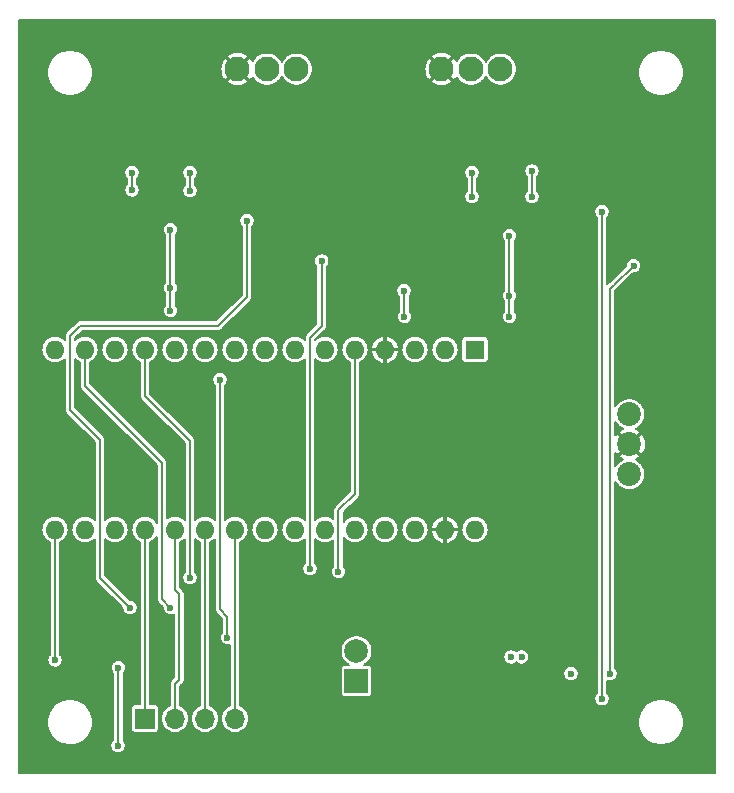
<source format=gbl>
G04 #@! TF.GenerationSoftware,KiCad,Pcbnew,(5.1.2-1)-1*
G04 #@! TF.CreationDate,2019-06-15T18:23:21+02:00*
G04 #@! TF.ProjectId,laser_control,6c617365-725f-4636-9f6e-74726f6c2e6b,rev?*
G04 #@! TF.SameCoordinates,Original*
G04 #@! TF.FileFunction,Copper,L2,Bot*
G04 #@! TF.FilePolarity,Positive*
%FSLAX46Y46*%
G04 Gerber Fmt 4.6, Leading zero omitted, Abs format (unit mm)*
G04 Created by KiCad (PCBNEW (5.1.2-1)-1) date 2019-06-15 18:23:21*
%MOMM*%
%LPD*%
G04 APERTURE LIST*
%ADD10C,2.100000*%
%ADD11O,1.700000X1.700000*%
%ADD12R,1.700000X1.700000*%
%ADD13C,2.020000*%
%ADD14R,2.000000X2.000000*%
%ADD15C,2.000000*%
%ADD16O,1.600000X1.600000*%
%ADD17R,1.600000X1.600000*%
%ADD18C,0.600000*%
%ADD19C,0.200000*%
G04 APERTURE END LIST*
D10*
X117301000Y-66294000D03*
X119801000Y-66294000D03*
X122301000Y-66294000D03*
X134573000Y-66294000D03*
X137073000Y-66294000D03*
X139573000Y-66294000D03*
D11*
X117094000Y-121285000D03*
X114554000Y-121285000D03*
X112014000Y-121285000D03*
D12*
X109474000Y-121285000D03*
D13*
X150471000Y-95504000D03*
X150471000Y-98044000D03*
X150471000Y-100584000D03*
D14*
X127381000Y-118110000D03*
D15*
X127381000Y-115570000D03*
D16*
X101854000Y-105283000D03*
X101854000Y-90043000D03*
X137414000Y-105283000D03*
X104394000Y-90043000D03*
X134874000Y-105283000D03*
X106934000Y-90043000D03*
X132334000Y-105283000D03*
X109474000Y-90043000D03*
X129794000Y-105283000D03*
X112014000Y-90043000D03*
X127254000Y-105283000D03*
X114554000Y-90043000D03*
X124714000Y-105283000D03*
X117094000Y-90043000D03*
X122174000Y-105283000D03*
X119634000Y-90043000D03*
X119634000Y-105283000D03*
X122174000Y-90043000D03*
X117094000Y-105283000D03*
X124714000Y-90043000D03*
X114554000Y-105283000D03*
X127254000Y-90043000D03*
X112014000Y-105283000D03*
X129794000Y-90043000D03*
X109474000Y-105283000D03*
X132334000Y-90043000D03*
X106934000Y-105283000D03*
X134874000Y-90043000D03*
X104394000Y-105283000D03*
D17*
X137414000Y-90043000D03*
D18*
X140465000Y-116059000D03*
X141354000Y-116059000D03*
X124444000Y-82550000D03*
X123444000Y-108585000D03*
X150844000Y-82931000D03*
X148844000Y-117475000D03*
X145542000Y-117475000D03*
X139033000Y-82931000D03*
X150844000Y-78232000D03*
X148177000Y-73660000D03*
X121904000Y-82550000D03*
X119364000Y-73279000D03*
X139033000Y-80391000D03*
X121412000Y-116967000D03*
X103759000Y-109601000D03*
X153384000Y-82930998D03*
X145653000Y-113792000D03*
X146796000Y-113792000D03*
X141326000Y-109338000D03*
X140455000Y-109338000D03*
X141335000Y-118237000D03*
X140437000Y-118246000D03*
X125857000Y-108839000D03*
X109982000Y-79883000D03*
X109982000Y-83693000D03*
X109982000Y-82423000D03*
X123317000Y-79121000D03*
X154686000Y-91059000D03*
X154686000Y-105156000D03*
X154559000Y-113792000D03*
X111379000Y-114427000D03*
X101854000Y-116332000D03*
X111633000Y-111887000D03*
X116459000Y-114427000D03*
X115824000Y-92583000D03*
X148177000Y-78359000D03*
X107188000Y-123571000D03*
X107223000Y-116967000D03*
X148177000Y-119601996D03*
X108204000Y-111887000D03*
X118110000Y-79121000D03*
X140335000Y-80391000D03*
X131413000Y-85058000D03*
X140335000Y-85471000D03*
X131445006Y-87249000D03*
X140335000Y-87249000D03*
X111633000Y-79883000D03*
X111633000Y-84836000D03*
X111633000Y-86741000D03*
X108380000Y-76532000D03*
X108380000Y-75057000D03*
X137160000Y-77089000D03*
X137160000Y-75057000D03*
X113284000Y-76581000D03*
X113284000Y-75056994D03*
X142240000Y-77089000D03*
X142240000Y-74930000D03*
X113284000Y-109347000D03*
D19*
X117094000Y-119761000D02*
X117094000Y-121285000D01*
X117094000Y-105283000D02*
X117094000Y-119761000D01*
X117094000Y-119761000D02*
X117094000Y-120269000D01*
X114554000Y-105283000D02*
X114554000Y-119634000D01*
X114554000Y-119634000D02*
X114554000Y-121285000D01*
X114554000Y-119634000D02*
X114554000Y-120269000D01*
X112014000Y-119634000D02*
X112014000Y-121285000D01*
X112014000Y-119634000D02*
X112014000Y-120269000D01*
X112395000Y-110744000D02*
X112395000Y-117983000D01*
X112014000Y-118364000D02*
X112014000Y-119634000D01*
X112014000Y-110363000D02*
X112395000Y-110744000D01*
X112395000Y-117983000D02*
X112014000Y-118364000D01*
X112014000Y-105283000D02*
X112014000Y-110363000D01*
X109474000Y-120015000D02*
X109474000Y-121285000D01*
X109474000Y-120269000D02*
X109474000Y-120015000D01*
X109474000Y-120015000D02*
X109474000Y-105283000D01*
X123444000Y-107569000D02*
X123444000Y-108585000D01*
X123444000Y-106934000D02*
X123444000Y-107569000D01*
X123444000Y-107569000D02*
X123444000Y-103124000D01*
X123444000Y-103124000D02*
X123444000Y-102743000D01*
X150876000Y-82963000D02*
X150844000Y-82931000D01*
X123444000Y-89027000D02*
X123444000Y-103124000D01*
X124444000Y-88027000D02*
X123444000Y-89027000D01*
X124444000Y-82550000D02*
X124444000Y-88027000D01*
X150844000Y-82931000D02*
X149225000Y-84550000D01*
X149225000Y-84550000D02*
X148844000Y-84931000D01*
X148844000Y-84931000D02*
X148844000Y-117475000D01*
X127254000Y-90043000D02*
X127254000Y-99695000D01*
X127254000Y-99695000D02*
X127254000Y-101727000D01*
X125857000Y-108331000D02*
X125857000Y-108839000D01*
X125857000Y-103632000D02*
X125857000Y-108331000D01*
X127254000Y-102235000D02*
X125857000Y-103632000D01*
X127254000Y-99695000D02*
X127254000Y-102235000D01*
X101854000Y-106807000D02*
X101854000Y-105283000D01*
X101854000Y-114046000D02*
X101854000Y-116332000D01*
X101854000Y-105283000D02*
X101854000Y-114046000D01*
X101854000Y-114046000D02*
X101854000Y-114173000D01*
X104394000Y-93091000D02*
X104394000Y-90043000D01*
X110913999Y-99610999D02*
X104394000Y-93091000D01*
X110913999Y-111167999D02*
X110913999Y-99610999D01*
X111633000Y-111887000D02*
X110913999Y-111167999D01*
X116459000Y-112649000D02*
X116459000Y-114427000D01*
X115824000Y-112014000D02*
X116459000Y-112649000D01*
X115824000Y-92583000D02*
X115824000Y-112014000D01*
X107223000Y-123536000D02*
X107188000Y-123571000D01*
X107223000Y-116967000D02*
X107223000Y-123536000D01*
X148177000Y-78359000D02*
X148177000Y-119601996D01*
X104013000Y-88011000D02*
X115697000Y-88011000D01*
X103124000Y-88900000D02*
X104013000Y-88011000D01*
X103124000Y-95123000D02*
X103124000Y-88900000D01*
X105664000Y-97663000D02*
X103124000Y-95123000D01*
X118110000Y-85598000D02*
X118110000Y-79121000D01*
X105664000Y-109347000D02*
X105664000Y-97663000D01*
X115697000Y-88011000D02*
X118110000Y-85598000D01*
X108204000Y-111887000D02*
X105664000Y-109347000D01*
X131445006Y-85090006D02*
X131413000Y-85058000D01*
X131445006Y-87249000D02*
X131445006Y-85090006D01*
X140335000Y-80391000D02*
X140335000Y-87249000D01*
X111633000Y-84836000D02*
X111760000Y-84963000D01*
X111633000Y-79883000D02*
X111633000Y-84836000D01*
X111633000Y-84836000D02*
X111633000Y-86741000D01*
X108380000Y-76532000D02*
X108380000Y-75057000D01*
X137160000Y-75057000D02*
X137160000Y-77089000D01*
X113284000Y-76581000D02*
X113284000Y-75056994D01*
X142240000Y-77089000D02*
X142240000Y-74930000D01*
X109474000Y-93980000D02*
X113284000Y-97790000D01*
X109474000Y-90043000D02*
X109474000Y-93980000D01*
X113284000Y-97790000D02*
X113284000Y-108839000D01*
X113284000Y-108839000D02*
X113284000Y-109347000D01*
X113284000Y-108839000D02*
X113284000Y-109220000D01*
G36*
X157761000Y-125884000D02*
G01*
X98778988Y-125884000D01*
X98778988Y-121407942D01*
X101174000Y-121407942D01*
X101174000Y-121792058D01*
X101248938Y-122168794D01*
X101395933Y-122523671D01*
X101609336Y-122843052D01*
X101880948Y-123114664D01*
X102200329Y-123328067D01*
X102555206Y-123475062D01*
X102931942Y-123550000D01*
X103316058Y-123550000D01*
X103532327Y-123506981D01*
X106538000Y-123506981D01*
X106538000Y-123635019D01*
X106562979Y-123760598D01*
X106611978Y-123878890D01*
X106683112Y-123985351D01*
X106773649Y-124075888D01*
X106880110Y-124147022D01*
X106998402Y-124196021D01*
X107123981Y-124221000D01*
X107252019Y-124221000D01*
X107377598Y-124196021D01*
X107495890Y-124147022D01*
X107602351Y-124075888D01*
X107692888Y-123985351D01*
X107764022Y-123878890D01*
X107813021Y-123760598D01*
X107838000Y-123635019D01*
X107838000Y-123506981D01*
X107813021Y-123381402D01*
X107764022Y-123263110D01*
X107692888Y-123156649D01*
X107673000Y-123136761D01*
X107673000Y-117436239D01*
X107727888Y-117381351D01*
X107799022Y-117274890D01*
X107848021Y-117156598D01*
X107873000Y-117031019D01*
X107873000Y-116902981D01*
X107848021Y-116777402D01*
X107799022Y-116659110D01*
X107727888Y-116552649D01*
X107637351Y-116462112D01*
X107530890Y-116390978D01*
X107412598Y-116341979D01*
X107287019Y-116317000D01*
X107158981Y-116317000D01*
X107033402Y-116341979D01*
X106915110Y-116390978D01*
X106808649Y-116462112D01*
X106718112Y-116552649D01*
X106646978Y-116659110D01*
X106597979Y-116777402D01*
X106573000Y-116902981D01*
X106573000Y-117031019D01*
X106597979Y-117156598D01*
X106646978Y-117274890D01*
X106718112Y-117381351D01*
X106773000Y-117436239D01*
X106773001Y-123066760D01*
X106683112Y-123156649D01*
X106611978Y-123263110D01*
X106562979Y-123381402D01*
X106538000Y-123506981D01*
X103532327Y-123506981D01*
X103692794Y-123475062D01*
X104047671Y-123328067D01*
X104367052Y-123114664D01*
X104638664Y-122843052D01*
X104852067Y-122523671D01*
X104999062Y-122168794D01*
X105074000Y-121792058D01*
X105074000Y-121407942D01*
X104999062Y-121031206D01*
X104852067Y-120676329D01*
X104638664Y-120356948D01*
X104367052Y-120085336D01*
X104047671Y-119871933D01*
X103692794Y-119724938D01*
X103316058Y-119650000D01*
X102931942Y-119650000D01*
X102555206Y-119724938D01*
X102200329Y-119871933D01*
X101880948Y-120085336D01*
X101609336Y-120356948D01*
X101395933Y-120676329D01*
X101248938Y-121031206D01*
X101174000Y-121407942D01*
X98778988Y-121407942D01*
X98778991Y-105283000D01*
X100698436Y-105283000D01*
X100720640Y-105508439D01*
X100786398Y-105725215D01*
X100893184Y-105924997D01*
X101036893Y-106100107D01*
X101212003Y-106243816D01*
X101404000Y-106346441D01*
X101404001Y-114023886D01*
X101404000Y-114023896D01*
X101404001Y-115862760D01*
X101349112Y-115917649D01*
X101277978Y-116024110D01*
X101228979Y-116142402D01*
X101204000Y-116267981D01*
X101204000Y-116396019D01*
X101228979Y-116521598D01*
X101277978Y-116639890D01*
X101349112Y-116746351D01*
X101439649Y-116836888D01*
X101546110Y-116908022D01*
X101664402Y-116957021D01*
X101789981Y-116982000D01*
X101918019Y-116982000D01*
X102043598Y-116957021D01*
X102161890Y-116908022D01*
X102268351Y-116836888D01*
X102358888Y-116746351D01*
X102430022Y-116639890D01*
X102479021Y-116521598D01*
X102504000Y-116396019D01*
X102504000Y-116267981D01*
X102479021Y-116142402D01*
X102430022Y-116024110D01*
X102358888Y-115917649D01*
X102304000Y-115862761D01*
X102304000Y-106346441D01*
X102495997Y-106243816D01*
X102671107Y-106100107D01*
X102814816Y-105924997D01*
X102921602Y-105725215D01*
X102987360Y-105508439D01*
X103009564Y-105283000D01*
X102987360Y-105057561D01*
X102921602Y-104840785D01*
X102814816Y-104641003D01*
X102671107Y-104465893D01*
X102495997Y-104322184D01*
X102296215Y-104215398D01*
X102079439Y-104149640D01*
X101910492Y-104133000D01*
X101797508Y-104133000D01*
X101628561Y-104149640D01*
X101411785Y-104215398D01*
X101212003Y-104322184D01*
X101036893Y-104465893D01*
X100893184Y-104641003D01*
X100786398Y-104840785D01*
X100720640Y-105057561D01*
X100698436Y-105283000D01*
X98778991Y-105283000D01*
X98778994Y-90043000D01*
X100698436Y-90043000D01*
X100720640Y-90268439D01*
X100786398Y-90485215D01*
X100893184Y-90684997D01*
X101036893Y-90860107D01*
X101212003Y-91003816D01*
X101411785Y-91110602D01*
X101628561Y-91176360D01*
X101797508Y-91193000D01*
X101910492Y-91193000D01*
X102079439Y-91176360D01*
X102296215Y-91110602D01*
X102495997Y-91003816D01*
X102671107Y-90860107D01*
X102674001Y-90856581D01*
X102674000Y-95100906D01*
X102671824Y-95123000D01*
X102674000Y-95145094D01*
X102674000Y-95145104D01*
X102680511Y-95211214D01*
X102706243Y-95296040D01*
X102748029Y-95374216D01*
X102790172Y-95425567D01*
X102804263Y-95442737D01*
X102821434Y-95456829D01*
X105214001Y-97849397D01*
X105214000Y-104469419D01*
X105211107Y-104465893D01*
X105035997Y-104322184D01*
X104836215Y-104215398D01*
X104619439Y-104149640D01*
X104450492Y-104133000D01*
X104337508Y-104133000D01*
X104168561Y-104149640D01*
X103951785Y-104215398D01*
X103752003Y-104322184D01*
X103576893Y-104465893D01*
X103433184Y-104641003D01*
X103326398Y-104840785D01*
X103260640Y-105057561D01*
X103238436Y-105283000D01*
X103260640Y-105508439D01*
X103326398Y-105725215D01*
X103433184Y-105924997D01*
X103576893Y-106100107D01*
X103752003Y-106243816D01*
X103951785Y-106350602D01*
X104168561Y-106416360D01*
X104337508Y-106433000D01*
X104450492Y-106433000D01*
X104619439Y-106416360D01*
X104836215Y-106350602D01*
X105035997Y-106243816D01*
X105211107Y-106100107D01*
X105214000Y-106096582D01*
X105214000Y-109324906D01*
X105211824Y-109347000D01*
X105214000Y-109369094D01*
X105214000Y-109369104D01*
X105220511Y-109435214D01*
X105236827Y-109489000D01*
X105246243Y-109520040D01*
X105288029Y-109598216D01*
X105320480Y-109637757D01*
X105344263Y-109666737D01*
X105361434Y-109680829D01*
X107554000Y-111873396D01*
X107554000Y-111951019D01*
X107578979Y-112076598D01*
X107627978Y-112194890D01*
X107699112Y-112301351D01*
X107789649Y-112391888D01*
X107896110Y-112463022D01*
X108014402Y-112512021D01*
X108139981Y-112537000D01*
X108268019Y-112537000D01*
X108393598Y-112512021D01*
X108511890Y-112463022D01*
X108618351Y-112391888D01*
X108708888Y-112301351D01*
X108780022Y-112194890D01*
X108829021Y-112076598D01*
X108854000Y-111951019D01*
X108854000Y-111822981D01*
X108829021Y-111697402D01*
X108780022Y-111579110D01*
X108708888Y-111472649D01*
X108618351Y-111382112D01*
X108511890Y-111310978D01*
X108393598Y-111261979D01*
X108268019Y-111237000D01*
X108190396Y-111237000D01*
X106114000Y-109160605D01*
X106114000Y-106096582D01*
X106116893Y-106100107D01*
X106292003Y-106243816D01*
X106491785Y-106350602D01*
X106708561Y-106416360D01*
X106877508Y-106433000D01*
X106990492Y-106433000D01*
X107159439Y-106416360D01*
X107376215Y-106350602D01*
X107575997Y-106243816D01*
X107751107Y-106100107D01*
X107894816Y-105924997D01*
X108001602Y-105725215D01*
X108067360Y-105508439D01*
X108089564Y-105283000D01*
X108067360Y-105057561D01*
X108001602Y-104840785D01*
X107894816Y-104641003D01*
X107751107Y-104465893D01*
X107575997Y-104322184D01*
X107376215Y-104215398D01*
X107159439Y-104149640D01*
X106990492Y-104133000D01*
X106877508Y-104133000D01*
X106708561Y-104149640D01*
X106491785Y-104215398D01*
X106292003Y-104322184D01*
X106116893Y-104465893D01*
X106114000Y-104469418D01*
X106114000Y-97685091D01*
X106116176Y-97662999D01*
X106114000Y-97640907D01*
X106114000Y-97640895D01*
X106107489Y-97574785D01*
X106081757Y-97489959D01*
X106041171Y-97414029D01*
X106039971Y-97411783D01*
X105997828Y-97360432D01*
X105997824Y-97360428D01*
X105983737Y-97343263D01*
X105966572Y-97329176D01*
X103574000Y-94936605D01*
X103574000Y-90856582D01*
X103576893Y-90860107D01*
X103752003Y-91003816D01*
X103944001Y-91106441D01*
X103944000Y-93068905D01*
X103941824Y-93091000D01*
X103944000Y-93113094D01*
X103944000Y-93113104D01*
X103950511Y-93179214D01*
X103959250Y-93208021D01*
X103976243Y-93264040D01*
X104018029Y-93342216D01*
X104060172Y-93393567D01*
X104074263Y-93410737D01*
X104091434Y-93424829D01*
X110464000Y-99797396D01*
X110464000Y-104695601D01*
X110434816Y-104641003D01*
X110291107Y-104465893D01*
X110115997Y-104322184D01*
X109916215Y-104215398D01*
X109699439Y-104149640D01*
X109530492Y-104133000D01*
X109417508Y-104133000D01*
X109248561Y-104149640D01*
X109031785Y-104215398D01*
X108832003Y-104322184D01*
X108656893Y-104465893D01*
X108513184Y-104641003D01*
X108406398Y-104840785D01*
X108340640Y-105057561D01*
X108318436Y-105283000D01*
X108340640Y-105508439D01*
X108406398Y-105725215D01*
X108513184Y-105924997D01*
X108656893Y-106100107D01*
X108832003Y-106243816D01*
X109024001Y-106346441D01*
X109024000Y-119992895D01*
X109024000Y-120083307D01*
X108624000Y-120083307D01*
X108555388Y-120090065D01*
X108489413Y-120110078D01*
X108428610Y-120142578D01*
X108375315Y-120186315D01*
X108331578Y-120239610D01*
X108299078Y-120300413D01*
X108279065Y-120366388D01*
X108272307Y-120435000D01*
X108272307Y-122135000D01*
X108279065Y-122203612D01*
X108299078Y-122269587D01*
X108331578Y-122330390D01*
X108375315Y-122383685D01*
X108428610Y-122427422D01*
X108489413Y-122459922D01*
X108555388Y-122479935D01*
X108624000Y-122486693D01*
X110324000Y-122486693D01*
X110392612Y-122479935D01*
X110458587Y-122459922D01*
X110519390Y-122427422D01*
X110572685Y-122383685D01*
X110616422Y-122330390D01*
X110648922Y-122269587D01*
X110668935Y-122203612D01*
X110675693Y-122135000D01*
X110675693Y-120435000D01*
X110668935Y-120366388D01*
X110648922Y-120300413D01*
X110616422Y-120239610D01*
X110572685Y-120186315D01*
X110519390Y-120142578D01*
X110458587Y-120110078D01*
X110392612Y-120090065D01*
X110324000Y-120083307D01*
X109924000Y-120083307D01*
X109924000Y-106346441D01*
X110115997Y-106243816D01*
X110291107Y-106100107D01*
X110434816Y-105924997D01*
X110463999Y-105870399D01*
X110463999Y-111145905D01*
X110461823Y-111167999D01*
X110463999Y-111190093D01*
X110463999Y-111190103D01*
X110470510Y-111256213D01*
X110487123Y-111310978D01*
X110496242Y-111341039D01*
X110538028Y-111419215D01*
X110580171Y-111470566D01*
X110594262Y-111487736D01*
X110611432Y-111501827D01*
X110983000Y-111873396D01*
X110983000Y-111951019D01*
X111007979Y-112076598D01*
X111056978Y-112194890D01*
X111128112Y-112301351D01*
X111218649Y-112391888D01*
X111325110Y-112463022D01*
X111443402Y-112512021D01*
X111568981Y-112537000D01*
X111697019Y-112537000D01*
X111822598Y-112512021D01*
X111940890Y-112463022D01*
X111945000Y-112460276D01*
X111945001Y-117796603D01*
X111711433Y-118030172D01*
X111694263Y-118044263D01*
X111680172Y-118061433D01*
X111638029Y-118112784D01*
X111614908Y-118156041D01*
X111596243Y-118190960D01*
X111570511Y-118275786D01*
X111564000Y-118341896D01*
X111564000Y-118341906D01*
X111561824Y-118364000D01*
X111564000Y-118386095D01*
X111564001Y-119611886D01*
X111564000Y-119611896D01*
X111564000Y-120167510D01*
X111552558Y-120170981D01*
X111344090Y-120282409D01*
X111161366Y-120432366D01*
X111011409Y-120615090D01*
X110899981Y-120823558D01*
X110831363Y-121049759D01*
X110808194Y-121285000D01*
X110831363Y-121520241D01*
X110899981Y-121746442D01*
X111011409Y-121954910D01*
X111161366Y-122137634D01*
X111344090Y-122287591D01*
X111552558Y-122399019D01*
X111778759Y-122467637D01*
X111955050Y-122485000D01*
X112072950Y-122485000D01*
X112249241Y-122467637D01*
X112475442Y-122399019D01*
X112683910Y-122287591D01*
X112866634Y-122137634D01*
X113016591Y-121954910D01*
X113128019Y-121746442D01*
X113196637Y-121520241D01*
X113219806Y-121285000D01*
X113196637Y-121049759D01*
X113128019Y-120823558D01*
X113016591Y-120615090D01*
X112866634Y-120432366D01*
X112683910Y-120282409D01*
X112475442Y-120170981D01*
X112464000Y-120167510D01*
X112464000Y-118550395D01*
X112697571Y-118316824D01*
X112714737Y-118302737D01*
X112728824Y-118285572D01*
X112728828Y-118285568D01*
X112770971Y-118234217D01*
X112812757Y-118156041D01*
X112822173Y-118125000D01*
X112838489Y-118071215D01*
X112845000Y-118005105D01*
X112845000Y-118005093D01*
X112847176Y-117983001D01*
X112845000Y-117960909D01*
X112845000Y-110766091D01*
X112847176Y-110743999D01*
X112845000Y-110721907D01*
X112845000Y-110721895D01*
X112838489Y-110655785D01*
X112812757Y-110570959D01*
X112770972Y-110492785D01*
X112770971Y-110492783D01*
X112728828Y-110441432D01*
X112728824Y-110441428D01*
X112714737Y-110424263D01*
X112697573Y-110410177D01*
X112464000Y-110176605D01*
X112464000Y-106346441D01*
X112655997Y-106243816D01*
X112831107Y-106100107D01*
X112834001Y-106096581D01*
X112834001Y-108816886D01*
X112834000Y-108816896D01*
X112834000Y-108877761D01*
X112779112Y-108932649D01*
X112707978Y-109039110D01*
X112658979Y-109157402D01*
X112634000Y-109282981D01*
X112634000Y-109411019D01*
X112658979Y-109536598D01*
X112707978Y-109654890D01*
X112779112Y-109761351D01*
X112869649Y-109851888D01*
X112976110Y-109923022D01*
X113094402Y-109972021D01*
X113219981Y-109997000D01*
X113348019Y-109997000D01*
X113473598Y-109972021D01*
X113591890Y-109923022D01*
X113698351Y-109851888D01*
X113788888Y-109761351D01*
X113860022Y-109654890D01*
X113909021Y-109536598D01*
X113934000Y-109411019D01*
X113934000Y-109282981D01*
X113909021Y-109157402D01*
X113860022Y-109039110D01*
X113788888Y-108932649D01*
X113734000Y-108877761D01*
X113734000Y-106096582D01*
X113736893Y-106100107D01*
X113912003Y-106243816D01*
X114104000Y-106346441D01*
X114104001Y-119611886D01*
X114104000Y-119611896D01*
X114104000Y-120167510D01*
X114092558Y-120170981D01*
X113884090Y-120282409D01*
X113701366Y-120432366D01*
X113551409Y-120615090D01*
X113439981Y-120823558D01*
X113371363Y-121049759D01*
X113348194Y-121285000D01*
X113371363Y-121520241D01*
X113439981Y-121746442D01*
X113551409Y-121954910D01*
X113701366Y-122137634D01*
X113884090Y-122287591D01*
X114092558Y-122399019D01*
X114318759Y-122467637D01*
X114495050Y-122485000D01*
X114612950Y-122485000D01*
X114789241Y-122467637D01*
X115015442Y-122399019D01*
X115223910Y-122287591D01*
X115406634Y-122137634D01*
X115556591Y-121954910D01*
X115668019Y-121746442D01*
X115736637Y-121520241D01*
X115759806Y-121285000D01*
X115736637Y-121049759D01*
X115668019Y-120823558D01*
X115556591Y-120615090D01*
X115406634Y-120432366D01*
X115223910Y-120282409D01*
X115015442Y-120170981D01*
X115004000Y-120167510D01*
X115004000Y-106346441D01*
X115195997Y-106243816D01*
X115371107Y-106100107D01*
X115374001Y-106096581D01*
X115374001Y-111991896D01*
X115371824Y-112014000D01*
X115380512Y-112102215D01*
X115406243Y-112187040D01*
X115448029Y-112265216D01*
X115490172Y-112316567D01*
X115490177Y-112316572D01*
X115504264Y-112333737D01*
X115521429Y-112347824D01*
X116009000Y-112835396D01*
X116009001Y-113957760D01*
X115954112Y-114012649D01*
X115882978Y-114119110D01*
X115833979Y-114237402D01*
X115809000Y-114362981D01*
X115809000Y-114491019D01*
X115833979Y-114616598D01*
X115882978Y-114734890D01*
X115954112Y-114841351D01*
X116044649Y-114931888D01*
X116151110Y-115003022D01*
X116269402Y-115052021D01*
X116394981Y-115077000D01*
X116523019Y-115077000D01*
X116644001Y-115052935D01*
X116644001Y-119738886D01*
X116644000Y-119738896D01*
X116644000Y-120167510D01*
X116632558Y-120170981D01*
X116424090Y-120282409D01*
X116241366Y-120432366D01*
X116091409Y-120615090D01*
X115979981Y-120823558D01*
X115911363Y-121049759D01*
X115888194Y-121285000D01*
X115911363Y-121520241D01*
X115979981Y-121746442D01*
X116091409Y-121954910D01*
X116241366Y-122137634D01*
X116424090Y-122287591D01*
X116632558Y-122399019D01*
X116858759Y-122467637D01*
X117035050Y-122485000D01*
X117152950Y-122485000D01*
X117329241Y-122467637D01*
X117555442Y-122399019D01*
X117763910Y-122287591D01*
X117946634Y-122137634D01*
X118096591Y-121954910D01*
X118208019Y-121746442D01*
X118276637Y-121520241D01*
X118287697Y-121407942D01*
X151212000Y-121407942D01*
X151212000Y-121792058D01*
X151286938Y-122168794D01*
X151433933Y-122523671D01*
X151647336Y-122843052D01*
X151918948Y-123114664D01*
X152238329Y-123328067D01*
X152593206Y-123475062D01*
X152969942Y-123550000D01*
X153354058Y-123550000D01*
X153730794Y-123475062D01*
X154085671Y-123328067D01*
X154405052Y-123114664D01*
X154676664Y-122843052D01*
X154890067Y-122523671D01*
X155037062Y-122168794D01*
X155112000Y-121792058D01*
X155112000Y-121407942D01*
X155037062Y-121031206D01*
X154890067Y-120676329D01*
X154676664Y-120356948D01*
X154405052Y-120085336D01*
X154085671Y-119871933D01*
X153730794Y-119724938D01*
X153354058Y-119650000D01*
X152969942Y-119650000D01*
X152593206Y-119724938D01*
X152238329Y-119871933D01*
X151918948Y-120085336D01*
X151647336Y-120356948D01*
X151433933Y-120676329D01*
X151286938Y-121031206D01*
X151212000Y-121407942D01*
X118287697Y-121407942D01*
X118299806Y-121285000D01*
X118276637Y-121049759D01*
X118208019Y-120823558D01*
X118096591Y-120615090D01*
X117946634Y-120432366D01*
X117763910Y-120282409D01*
X117555442Y-120170981D01*
X117544000Y-120167510D01*
X117544000Y-117110000D01*
X126029307Y-117110000D01*
X126029307Y-119110000D01*
X126036065Y-119178612D01*
X126056078Y-119244587D01*
X126088578Y-119305390D01*
X126132315Y-119358685D01*
X126185610Y-119402422D01*
X126246413Y-119434922D01*
X126312388Y-119454935D01*
X126381000Y-119461693D01*
X128381000Y-119461693D01*
X128449612Y-119454935D01*
X128515587Y-119434922D01*
X128576390Y-119402422D01*
X128629685Y-119358685D01*
X128673422Y-119305390D01*
X128705922Y-119244587D01*
X128725935Y-119178612D01*
X128732693Y-119110000D01*
X128732693Y-117410981D01*
X144892000Y-117410981D01*
X144892000Y-117539019D01*
X144916979Y-117664598D01*
X144965978Y-117782890D01*
X145037112Y-117889351D01*
X145127649Y-117979888D01*
X145234110Y-118051022D01*
X145352402Y-118100021D01*
X145477981Y-118125000D01*
X145606019Y-118125000D01*
X145731598Y-118100021D01*
X145849890Y-118051022D01*
X145956351Y-117979888D01*
X146046888Y-117889351D01*
X146118022Y-117782890D01*
X146167021Y-117664598D01*
X146192000Y-117539019D01*
X146192000Y-117410981D01*
X146167021Y-117285402D01*
X146118022Y-117167110D01*
X146046888Y-117060649D01*
X145956351Y-116970112D01*
X145849890Y-116898978D01*
X145731598Y-116849979D01*
X145606019Y-116825000D01*
X145477981Y-116825000D01*
X145352402Y-116849979D01*
X145234110Y-116898978D01*
X145127649Y-116970112D01*
X145037112Y-117060649D01*
X144965978Y-117167110D01*
X144916979Y-117285402D01*
X144892000Y-117410981D01*
X128732693Y-117410981D01*
X128732693Y-117110000D01*
X128725935Y-117041388D01*
X128705922Y-116975413D01*
X128673422Y-116914610D01*
X128629685Y-116861315D01*
X128576390Y-116817578D01*
X128515587Y-116785078D01*
X128449612Y-116765065D01*
X128381000Y-116758307D01*
X128032508Y-116758307D01*
X128241575Y-116618613D01*
X128429613Y-116430575D01*
X128577354Y-116209465D01*
X128666196Y-115994981D01*
X139815000Y-115994981D01*
X139815000Y-116123019D01*
X139839979Y-116248598D01*
X139888978Y-116366890D01*
X139960112Y-116473351D01*
X140050649Y-116563888D01*
X140157110Y-116635022D01*
X140275402Y-116684021D01*
X140400981Y-116709000D01*
X140529019Y-116709000D01*
X140654598Y-116684021D01*
X140772890Y-116635022D01*
X140879351Y-116563888D01*
X140909500Y-116533739D01*
X140939649Y-116563888D01*
X141046110Y-116635022D01*
X141164402Y-116684021D01*
X141289981Y-116709000D01*
X141418019Y-116709000D01*
X141543598Y-116684021D01*
X141661890Y-116635022D01*
X141768351Y-116563888D01*
X141858888Y-116473351D01*
X141930022Y-116366890D01*
X141979021Y-116248598D01*
X142004000Y-116123019D01*
X142004000Y-115994981D01*
X141979021Y-115869402D01*
X141930022Y-115751110D01*
X141858888Y-115644649D01*
X141768351Y-115554112D01*
X141661890Y-115482978D01*
X141543598Y-115433979D01*
X141418019Y-115409000D01*
X141289981Y-115409000D01*
X141164402Y-115433979D01*
X141046110Y-115482978D01*
X140939649Y-115554112D01*
X140909500Y-115584261D01*
X140879351Y-115554112D01*
X140772890Y-115482978D01*
X140654598Y-115433979D01*
X140529019Y-115409000D01*
X140400981Y-115409000D01*
X140275402Y-115433979D01*
X140157110Y-115482978D01*
X140050649Y-115554112D01*
X139960112Y-115644649D01*
X139888978Y-115751110D01*
X139839979Y-115869402D01*
X139815000Y-115994981D01*
X128666196Y-115994981D01*
X128679120Y-115963780D01*
X128731000Y-115702963D01*
X128731000Y-115437037D01*
X128679120Y-115176220D01*
X128577354Y-114930535D01*
X128429613Y-114709425D01*
X128241575Y-114521387D01*
X128020465Y-114373646D01*
X127774780Y-114271880D01*
X127513963Y-114220000D01*
X127248037Y-114220000D01*
X126987220Y-114271880D01*
X126741535Y-114373646D01*
X126520425Y-114521387D01*
X126332387Y-114709425D01*
X126184646Y-114930535D01*
X126082880Y-115176220D01*
X126031000Y-115437037D01*
X126031000Y-115702963D01*
X126082880Y-115963780D01*
X126184646Y-116209465D01*
X126332387Y-116430575D01*
X126520425Y-116618613D01*
X126729492Y-116758307D01*
X126381000Y-116758307D01*
X126312388Y-116765065D01*
X126246413Y-116785078D01*
X126185610Y-116817578D01*
X126132315Y-116861315D01*
X126088578Y-116914610D01*
X126056078Y-116975413D01*
X126036065Y-117041388D01*
X126029307Y-117110000D01*
X117544000Y-117110000D01*
X117544000Y-106346441D01*
X117735997Y-106243816D01*
X117911107Y-106100107D01*
X118054816Y-105924997D01*
X118161602Y-105725215D01*
X118227360Y-105508439D01*
X118249564Y-105283000D01*
X118478436Y-105283000D01*
X118500640Y-105508439D01*
X118566398Y-105725215D01*
X118673184Y-105924997D01*
X118816893Y-106100107D01*
X118992003Y-106243816D01*
X119191785Y-106350602D01*
X119408561Y-106416360D01*
X119577508Y-106433000D01*
X119690492Y-106433000D01*
X119859439Y-106416360D01*
X120076215Y-106350602D01*
X120275997Y-106243816D01*
X120451107Y-106100107D01*
X120594816Y-105924997D01*
X120701602Y-105725215D01*
X120767360Y-105508439D01*
X120789564Y-105283000D01*
X120767360Y-105057561D01*
X120701602Y-104840785D01*
X120594816Y-104641003D01*
X120451107Y-104465893D01*
X120275997Y-104322184D01*
X120076215Y-104215398D01*
X119859439Y-104149640D01*
X119690492Y-104133000D01*
X119577508Y-104133000D01*
X119408561Y-104149640D01*
X119191785Y-104215398D01*
X118992003Y-104322184D01*
X118816893Y-104465893D01*
X118673184Y-104641003D01*
X118566398Y-104840785D01*
X118500640Y-105057561D01*
X118478436Y-105283000D01*
X118249564Y-105283000D01*
X118227360Y-105057561D01*
X118161602Y-104840785D01*
X118054816Y-104641003D01*
X117911107Y-104465893D01*
X117735997Y-104322184D01*
X117536215Y-104215398D01*
X117319439Y-104149640D01*
X117150492Y-104133000D01*
X117037508Y-104133000D01*
X116868561Y-104149640D01*
X116651785Y-104215398D01*
X116452003Y-104322184D01*
X116276893Y-104465893D01*
X116274000Y-104469418D01*
X116274000Y-93052239D01*
X116328888Y-92997351D01*
X116400022Y-92890890D01*
X116449021Y-92772598D01*
X116474000Y-92647019D01*
X116474000Y-92518981D01*
X116449021Y-92393402D01*
X116400022Y-92275110D01*
X116328888Y-92168649D01*
X116238351Y-92078112D01*
X116131890Y-92006978D01*
X116013598Y-91957979D01*
X115888019Y-91933000D01*
X115759981Y-91933000D01*
X115634402Y-91957979D01*
X115516110Y-92006978D01*
X115409649Y-92078112D01*
X115319112Y-92168649D01*
X115247978Y-92275110D01*
X115198979Y-92393402D01*
X115174000Y-92518981D01*
X115174000Y-92647019D01*
X115198979Y-92772598D01*
X115247978Y-92890890D01*
X115319112Y-92997351D01*
X115374000Y-93052239D01*
X115374001Y-104469419D01*
X115371107Y-104465893D01*
X115195997Y-104322184D01*
X114996215Y-104215398D01*
X114779439Y-104149640D01*
X114610492Y-104133000D01*
X114497508Y-104133000D01*
X114328561Y-104149640D01*
X114111785Y-104215398D01*
X113912003Y-104322184D01*
X113736893Y-104465893D01*
X113734000Y-104469418D01*
X113734000Y-97812094D01*
X113736176Y-97790000D01*
X113734000Y-97767906D01*
X113734000Y-97767895D01*
X113727489Y-97701785D01*
X113701757Y-97616959D01*
X113659972Y-97538785D01*
X113659971Y-97538783D01*
X113617828Y-97487432D01*
X113617824Y-97487428D01*
X113603737Y-97470263D01*
X113586573Y-97456177D01*
X109924000Y-93793605D01*
X109924000Y-91106441D01*
X110115997Y-91003816D01*
X110291107Y-90860107D01*
X110434816Y-90684997D01*
X110541602Y-90485215D01*
X110607360Y-90268439D01*
X110629564Y-90043000D01*
X110858436Y-90043000D01*
X110880640Y-90268439D01*
X110946398Y-90485215D01*
X111053184Y-90684997D01*
X111196893Y-90860107D01*
X111372003Y-91003816D01*
X111571785Y-91110602D01*
X111788561Y-91176360D01*
X111957508Y-91193000D01*
X112070492Y-91193000D01*
X112239439Y-91176360D01*
X112456215Y-91110602D01*
X112655997Y-91003816D01*
X112831107Y-90860107D01*
X112974816Y-90684997D01*
X113081602Y-90485215D01*
X113147360Y-90268439D01*
X113169564Y-90043000D01*
X113398436Y-90043000D01*
X113420640Y-90268439D01*
X113486398Y-90485215D01*
X113593184Y-90684997D01*
X113736893Y-90860107D01*
X113912003Y-91003816D01*
X114111785Y-91110602D01*
X114328561Y-91176360D01*
X114497508Y-91193000D01*
X114610492Y-91193000D01*
X114779439Y-91176360D01*
X114996215Y-91110602D01*
X115195997Y-91003816D01*
X115371107Y-90860107D01*
X115514816Y-90684997D01*
X115621602Y-90485215D01*
X115687360Y-90268439D01*
X115709564Y-90043000D01*
X115938436Y-90043000D01*
X115960640Y-90268439D01*
X116026398Y-90485215D01*
X116133184Y-90684997D01*
X116276893Y-90860107D01*
X116452003Y-91003816D01*
X116651785Y-91110602D01*
X116868561Y-91176360D01*
X117037508Y-91193000D01*
X117150492Y-91193000D01*
X117319439Y-91176360D01*
X117536215Y-91110602D01*
X117735997Y-91003816D01*
X117911107Y-90860107D01*
X118054816Y-90684997D01*
X118161602Y-90485215D01*
X118227360Y-90268439D01*
X118249564Y-90043000D01*
X118478436Y-90043000D01*
X118500640Y-90268439D01*
X118566398Y-90485215D01*
X118673184Y-90684997D01*
X118816893Y-90860107D01*
X118992003Y-91003816D01*
X119191785Y-91110602D01*
X119408561Y-91176360D01*
X119577508Y-91193000D01*
X119690492Y-91193000D01*
X119859439Y-91176360D01*
X120076215Y-91110602D01*
X120275997Y-91003816D01*
X120451107Y-90860107D01*
X120594816Y-90684997D01*
X120701602Y-90485215D01*
X120767360Y-90268439D01*
X120789564Y-90043000D01*
X121018436Y-90043000D01*
X121040640Y-90268439D01*
X121106398Y-90485215D01*
X121213184Y-90684997D01*
X121356893Y-90860107D01*
X121532003Y-91003816D01*
X121731785Y-91110602D01*
X121948561Y-91176360D01*
X122117508Y-91193000D01*
X122230492Y-91193000D01*
X122399439Y-91176360D01*
X122616215Y-91110602D01*
X122815997Y-91003816D01*
X122991107Y-90860107D01*
X122994000Y-90856582D01*
X122994001Y-102720885D01*
X122994000Y-102720895D01*
X122994000Y-103146104D01*
X122994001Y-103146114D01*
X122994001Y-104469419D01*
X122991107Y-104465893D01*
X122815997Y-104322184D01*
X122616215Y-104215398D01*
X122399439Y-104149640D01*
X122230492Y-104133000D01*
X122117508Y-104133000D01*
X121948561Y-104149640D01*
X121731785Y-104215398D01*
X121532003Y-104322184D01*
X121356893Y-104465893D01*
X121213184Y-104641003D01*
X121106398Y-104840785D01*
X121040640Y-105057561D01*
X121018436Y-105283000D01*
X121040640Y-105508439D01*
X121106398Y-105725215D01*
X121213184Y-105924997D01*
X121356893Y-106100107D01*
X121532003Y-106243816D01*
X121731785Y-106350602D01*
X121948561Y-106416360D01*
X122117508Y-106433000D01*
X122230492Y-106433000D01*
X122399439Y-106416360D01*
X122616215Y-106350602D01*
X122815997Y-106243816D01*
X122991107Y-106100107D01*
X122994000Y-106096581D01*
X122994000Y-107546896D01*
X122994001Y-108115760D01*
X122939112Y-108170649D01*
X122867978Y-108277110D01*
X122818979Y-108395402D01*
X122794000Y-108520981D01*
X122794000Y-108649019D01*
X122818979Y-108774598D01*
X122867978Y-108892890D01*
X122939112Y-108999351D01*
X123029649Y-109089888D01*
X123136110Y-109161022D01*
X123254402Y-109210021D01*
X123379981Y-109235000D01*
X123508019Y-109235000D01*
X123633598Y-109210021D01*
X123751890Y-109161022D01*
X123858351Y-109089888D01*
X123948888Y-108999351D01*
X124020022Y-108892890D01*
X124069021Y-108774598D01*
X124094000Y-108649019D01*
X124094000Y-108520981D01*
X124069021Y-108395402D01*
X124020022Y-108277110D01*
X123948888Y-108170649D01*
X123894000Y-108115761D01*
X123894000Y-106096582D01*
X123896893Y-106100107D01*
X124072003Y-106243816D01*
X124271785Y-106350602D01*
X124488561Y-106416360D01*
X124657508Y-106433000D01*
X124770492Y-106433000D01*
X124939439Y-106416360D01*
X125156215Y-106350602D01*
X125355997Y-106243816D01*
X125407001Y-106201958D01*
X125407001Y-108308886D01*
X125407000Y-108308896D01*
X125407000Y-108369761D01*
X125352112Y-108424649D01*
X125280978Y-108531110D01*
X125231979Y-108649402D01*
X125207000Y-108774981D01*
X125207000Y-108903019D01*
X125231979Y-109028598D01*
X125280978Y-109146890D01*
X125352112Y-109253351D01*
X125442649Y-109343888D01*
X125549110Y-109415022D01*
X125667402Y-109464021D01*
X125792981Y-109489000D01*
X125921019Y-109489000D01*
X126046598Y-109464021D01*
X126164890Y-109415022D01*
X126271351Y-109343888D01*
X126361888Y-109253351D01*
X126433022Y-109146890D01*
X126482021Y-109028598D01*
X126507000Y-108903019D01*
X126507000Y-108774981D01*
X126482021Y-108649402D01*
X126433022Y-108531110D01*
X126361888Y-108424649D01*
X126307000Y-108369761D01*
X126307000Y-105941832D01*
X126436893Y-106100107D01*
X126612003Y-106243816D01*
X126811785Y-106350602D01*
X127028561Y-106416360D01*
X127197508Y-106433000D01*
X127310492Y-106433000D01*
X127479439Y-106416360D01*
X127696215Y-106350602D01*
X127895997Y-106243816D01*
X128071107Y-106100107D01*
X128214816Y-105924997D01*
X128321602Y-105725215D01*
X128387360Y-105508439D01*
X128409564Y-105283000D01*
X128638436Y-105283000D01*
X128660640Y-105508439D01*
X128726398Y-105725215D01*
X128833184Y-105924997D01*
X128976893Y-106100107D01*
X129152003Y-106243816D01*
X129351785Y-106350602D01*
X129568561Y-106416360D01*
X129737508Y-106433000D01*
X129850492Y-106433000D01*
X130019439Y-106416360D01*
X130236215Y-106350602D01*
X130435997Y-106243816D01*
X130611107Y-106100107D01*
X130754816Y-105924997D01*
X130861602Y-105725215D01*
X130927360Y-105508439D01*
X130949564Y-105283000D01*
X131178436Y-105283000D01*
X131200640Y-105508439D01*
X131266398Y-105725215D01*
X131373184Y-105924997D01*
X131516893Y-106100107D01*
X131692003Y-106243816D01*
X131891785Y-106350602D01*
X132108561Y-106416360D01*
X132277508Y-106433000D01*
X132390492Y-106433000D01*
X132559439Y-106416360D01*
X132776215Y-106350602D01*
X132975997Y-106243816D01*
X133151107Y-106100107D01*
X133294816Y-105924997D01*
X133401602Y-105725215D01*
X133463870Y-105519943D01*
X133697623Y-105519943D01*
X133766452Y-105744890D01*
X133877843Y-105952087D01*
X134027516Y-106133571D01*
X134209719Y-106282368D01*
X134417450Y-106392760D01*
X134637057Y-106459375D01*
X134824000Y-106381863D01*
X134824000Y-105333000D01*
X134924000Y-105333000D01*
X134924000Y-106381863D01*
X135110943Y-106459375D01*
X135330550Y-106392760D01*
X135538281Y-106282368D01*
X135720484Y-106133571D01*
X135870157Y-105952087D01*
X135981548Y-105744890D01*
X136050377Y-105519943D01*
X135972960Y-105333000D01*
X134924000Y-105333000D01*
X134824000Y-105333000D01*
X133775040Y-105333000D01*
X133697623Y-105519943D01*
X133463870Y-105519943D01*
X133467360Y-105508439D01*
X133489564Y-105283000D01*
X136258436Y-105283000D01*
X136280640Y-105508439D01*
X136346398Y-105725215D01*
X136453184Y-105924997D01*
X136596893Y-106100107D01*
X136772003Y-106243816D01*
X136971785Y-106350602D01*
X137188561Y-106416360D01*
X137357508Y-106433000D01*
X137470492Y-106433000D01*
X137639439Y-106416360D01*
X137856215Y-106350602D01*
X138055997Y-106243816D01*
X138231107Y-106100107D01*
X138374816Y-105924997D01*
X138481602Y-105725215D01*
X138547360Y-105508439D01*
X138569564Y-105283000D01*
X138547360Y-105057561D01*
X138481602Y-104840785D01*
X138374816Y-104641003D01*
X138231107Y-104465893D01*
X138055997Y-104322184D01*
X137856215Y-104215398D01*
X137639439Y-104149640D01*
X137470492Y-104133000D01*
X137357508Y-104133000D01*
X137188561Y-104149640D01*
X136971785Y-104215398D01*
X136772003Y-104322184D01*
X136596893Y-104465893D01*
X136453184Y-104641003D01*
X136346398Y-104840785D01*
X136280640Y-105057561D01*
X136258436Y-105283000D01*
X133489564Y-105283000D01*
X133467360Y-105057561D01*
X133463871Y-105046057D01*
X133697623Y-105046057D01*
X133775040Y-105233000D01*
X134824000Y-105233000D01*
X134824000Y-104184137D01*
X134924000Y-104184137D01*
X134924000Y-105233000D01*
X135972960Y-105233000D01*
X136050377Y-105046057D01*
X135981548Y-104821110D01*
X135870157Y-104613913D01*
X135720484Y-104432429D01*
X135538281Y-104283632D01*
X135330550Y-104173240D01*
X135110943Y-104106625D01*
X134924000Y-104184137D01*
X134824000Y-104184137D01*
X134637057Y-104106625D01*
X134417450Y-104173240D01*
X134209719Y-104283632D01*
X134027516Y-104432429D01*
X133877843Y-104613913D01*
X133766452Y-104821110D01*
X133697623Y-105046057D01*
X133463871Y-105046057D01*
X133401602Y-104840785D01*
X133294816Y-104641003D01*
X133151107Y-104465893D01*
X132975997Y-104322184D01*
X132776215Y-104215398D01*
X132559439Y-104149640D01*
X132390492Y-104133000D01*
X132277508Y-104133000D01*
X132108561Y-104149640D01*
X131891785Y-104215398D01*
X131692003Y-104322184D01*
X131516893Y-104465893D01*
X131373184Y-104641003D01*
X131266398Y-104840785D01*
X131200640Y-105057561D01*
X131178436Y-105283000D01*
X130949564Y-105283000D01*
X130927360Y-105057561D01*
X130861602Y-104840785D01*
X130754816Y-104641003D01*
X130611107Y-104465893D01*
X130435997Y-104322184D01*
X130236215Y-104215398D01*
X130019439Y-104149640D01*
X129850492Y-104133000D01*
X129737508Y-104133000D01*
X129568561Y-104149640D01*
X129351785Y-104215398D01*
X129152003Y-104322184D01*
X128976893Y-104465893D01*
X128833184Y-104641003D01*
X128726398Y-104840785D01*
X128660640Y-105057561D01*
X128638436Y-105283000D01*
X128409564Y-105283000D01*
X128387360Y-105057561D01*
X128321602Y-104840785D01*
X128214816Y-104641003D01*
X128071107Y-104465893D01*
X127895997Y-104322184D01*
X127696215Y-104215398D01*
X127479439Y-104149640D01*
X127310492Y-104133000D01*
X127197508Y-104133000D01*
X127028561Y-104149640D01*
X126811785Y-104215398D01*
X126612003Y-104322184D01*
X126436893Y-104465893D01*
X126307000Y-104624168D01*
X126307000Y-103818395D01*
X127556572Y-102568824D01*
X127573737Y-102554737D01*
X127587824Y-102537572D01*
X127587828Y-102537568D01*
X127629971Y-102486217D01*
X127671757Y-102408041D01*
X127697489Y-102323215D01*
X127704000Y-102257105D01*
X127704000Y-102257093D01*
X127706176Y-102235001D01*
X127704000Y-102212909D01*
X127704000Y-91106441D01*
X127895997Y-91003816D01*
X128071107Y-90860107D01*
X128214816Y-90684997D01*
X128321602Y-90485215D01*
X128383870Y-90279943D01*
X128617623Y-90279943D01*
X128686452Y-90504890D01*
X128797843Y-90712087D01*
X128947516Y-90893571D01*
X129129719Y-91042368D01*
X129337450Y-91152760D01*
X129557057Y-91219375D01*
X129744000Y-91141863D01*
X129744000Y-90093000D01*
X129844000Y-90093000D01*
X129844000Y-91141863D01*
X130030943Y-91219375D01*
X130250550Y-91152760D01*
X130458281Y-91042368D01*
X130640484Y-90893571D01*
X130790157Y-90712087D01*
X130901548Y-90504890D01*
X130970377Y-90279943D01*
X130892960Y-90093000D01*
X129844000Y-90093000D01*
X129744000Y-90093000D01*
X128695040Y-90093000D01*
X128617623Y-90279943D01*
X128383870Y-90279943D01*
X128387360Y-90268439D01*
X128409564Y-90043000D01*
X131178436Y-90043000D01*
X131200640Y-90268439D01*
X131266398Y-90485215D01*
X131373184Y-90684997D01*
X131516893Y-90860107D01*
X131692003Y-91003816D01*
X131891785Y-91110602D01*
X132108561Y-91176360D01*
X132277508Y-91193000D01*
X132390492Y-91193000D01*
X132559439Y-91176360D01*
X132776215Y-91110602D01*
X132975997Y-91003816D01*
X133151107Y-90860107D01*
X133294816Y-90684997D01*
X133401602Y-90485215D01*
X133467360Y-90268439D01*
X133489564Y-90043000D01*
X133718436Y-90043000D01*
X133740640Y-90268439D01*
X133806398Y-90485215D01*
X133913184Y-90684997D01*
X134056893Y-90860107D01*
X134232003Y-91003816D01*
X134431785Y-91110602D01*
X134648561Y-91176360D01*
X134817508Y-91193000D01*
X134930492Y-91193000D01*
X135099439Y-91176360D01*
X135316215Y-91110602D01*
X135515997Y-91003816D01*
X135691107Y-90860107D01*
X135834816Y-90684997D01*
X135941602Y-90485215D01*
X136007360Y-90268439D01*
X136029564Y-90043000D01*
X136007360Y-89817561D01*
X135941602Y-89600785D01*
X135834816Y-89401003D01*
X135705147Y-89243000D01*
X136262307Y-89243000D01*
X136262307Y-90843000D01*
X136269065Y-90911612D01*
X136289078Y-90977587D01*
X136321578Y-91038390D01*
X136365315Y-91091685D01*
X136418610Y-91135422D01*
X136479413Y-91167922D01*
X136545388Y-91187935D01*
X136614000Y-91194693D01*
X138214000Y-91194693D01*
X138282612Y-91187935D01*
X138348587Y-91167922D01*
X138409390Y-91135422D01*
X138462685Y-91091685D01*
X138506422Y-91038390D01*
X138538922Y-90977587D01*
X138558935Y-90911612D01*
X138565693Y-90843000D01*
X138565693Y-89243000D01*
X138558935Y-89174388D01*
X138538922Y-89108413D01*
X138506422Y-89047610D01*
X138462685Y-88994315D01*
X138409390Y-88950578D01*
X138348587Y-88918078D01*
X138282612Y-88898065D01*
X138214000Y-88891307D01*
X136614000Y-88891307D01*
X136545388Y-88898065D01*
X136479413Y-88918078D01*
X136418610Y-88950578D01*
X136365315Y-88994315D01*
X136321578Y-89047610D01*
X136289078Y-89108413D01*
X136269065Y-89174388D01*
X136262307Y-89243000D01*
X135705147Y-89243000D01*
X135691107Y-89225893D01*
X135515997Y-89082184D01*
X135316215Y-88975398D01*
X135099439Y-88909640D01*
X134930492Y-88893000D01*
X134817508Y-88893000D01*
X134648561Y-88909640D01*
X134431785Y-88975398D01*
X134232003Y-89082184D01*
X134056893Y-89225893D01*
X133913184Y-89401003D01*
X133806398Y-89600785D01*
X133740640Y-89817561D01*
X133718436Y-90043000D01*
X133489564Y-90043000D01*
X133467360Y-89817561D01*
X133401602Y-89600785D01*
X133294816Y-89401003D01*
X133151107Y-89225893D01*
X132975997Y-89082184D01*
X132776215Y-88975398D01*
X132559439Y-88909640D01*
X132390492Y-88893000D01*
X132277508Y-88893000D01*
X132108561Y-88909640D01*
X131891785Y-88975398D01*
X131692003Y-89082184D01*
X131516893Y-89225893D01*
X131373184Y-89401003D01*
X131266398Y-89600785D01*
X131200640Y-89817561D01*
X131178436Y-90043000D01*
X128409564Y-90043000D01*
X128387360Y-89817561D01*
X128383871Y-89806057D01*
X128617623Y-89806057D01*
X128695040Y-89993000D01*
X129744000Y-89993000D01*
X129744000Y-88944137D01*
X129844000Y-88944137D01*
X129844000Y-89993000D01*
X130892960Y-89993000D01*
X130970377Y-89806057D01*
X130901548Y-89581110D01*
X130790157Y-89373913D01*
X130640484Y-89192429D01*
X130458281Y-89043632D01*
X130250550Y-88933240D01*
X130030943Y-88866625D01*
X129844000Y-88944137D01*
X129744000Y-88944137D01*
X129557057Y-88866625D01*
X129337450Y-88933240D01*
X129129719Y-89043632D01*
X128947516Y-89192429D01*
X128797843Y-89373913D01*
X128686452Y-89581110D01*
X128617623Y-89806057D01*
X128383871Y-89806057D01*
X128321602Y-89600785D01*
X128214816Y-89401003D01*
X128071107Y-89225893D01*
X127895997Y-89082184D01*
X127696215Y-88975398D01*
X127479439Y-88909640D01*
X127310492Y-88893000D01*
X127197508Y-88893000D01*
X127028561Y-88909640D01*
X126811785Y-88975398D01*
X126612003Y-89082184D01*
X126436893Y-89225893D01*
X126293184Y-89401003D01*
X126186398Y-89600785D01*
X126120640Y-89817561D01*
X126098436Y-90043000D01*
X126120640Y-90268439D01*
X126186398Y-90485215D01*
X126293184Y-90684997D01*
X126436893Y-90860107D01*
X126612003Y-91003816D01*
X126804000Y-91106441D01*
X126804001Y-99672886D01*
X126804000Y-99672896D01*
X126804001Y-102048603D01*
X125554434Y-103298171D01*
X125537263Y-103312263D01*
X125523172Y-103329433D01*
X125481029Y-103380784D01*
X125447380Y-103443737D01*
X125439243Y-103458960D01*
X125413511Y-103543786D01*
X125407000Y-103609896D01*
X125407000Y-103609906D01*
X125404824Y-103632000D01*
X125407000Y-103654094D01*
X125407000Y-104364041D01*
X125355997Y-104322184D01*
X125156215Y-104215398D01*
X124939439Y-104149640D01*
X124770492Y-104133000D01*
X124657508Y-104133000D01*
X124488561Y-104149640D01*
X124271785Y-104215398D01*
X124072003Y-104322184D01*
X123896893Y-104465893D01*
X123894000Y-104469418D01*
X123894000Y-90856582D01*
X123896893Y-90860107D01*
X124072003Y-91003816D01*
X124271785Y-91110602D01*
X124488561Y-91176360D01*
X124657508Y-91193000D01*
X124770492Y-91193000D01*
X124939439Y-91176360D01*
X125156215Y-91110602D01*
X125355997Y-91003816D01*
X125531107Y-90860107D01*
X125674816Y-90684997D01*
X125781602Y-90485215D01*
X125847360Y-90268439D01*
X125869564Y-90043000D01*
X125847360Y-89817561D01*
X125781602Y-89600785D01*
X125674816Y-89401003D01*
X125531107Y-89225893D01*
X125355997Y-89082184D01*
X125156215Y-88975398D01*
X124939439Y-88909640D01*
X124770492Y-88893000D01*
X124657508Y-88893000D01*
X124488561Y-88909640D01*
X124271785Y-88975398D01*
X124072003Y-89082184D01*
X123896893Y-89225893D01*
X123894000Y-89229418D01*
X123894000Y-89213395D01*
X124746572Y-88360824D01*
X124763737Y-88346737D01*
X124777824Y-88329572D01*
X124777828Y-88329568D01*
X124819971Y-88278217D01*
X124861757Y-88200041D01*
X124887489Y-88115215D01*
X124894000Y-88049105D01*
X124894000Y-88049094D01*
X124896176Y-88027000D01*
X124894000Y-88004906D01*
X124894000Y-84993981D01*
X130763000Y-84993981D01*
X130763000Y-85122019D01*
X130787979Y-85247598D01*
X130836978Y-85365890D01*
X130908112Y-85472351D01*
X130995007Y-85559246D01*
X130995006Y-86779761D01*
X130940118Y-86834649D01*
X130868984Y-86941110D01*
X130819985Y-87059402D01*
X130795006Y-87184981D01*
X130795006Y-87313019D01*
X130819985Y-87438598D01*
X130868984Y-87556890D01*
X130940118Y-87663351D01*
X131030655Y-87753888D01*
X131137116Y-87825022D01*
X131255408Y-87874021D01*
X131380987Y-87899000D01*
X131509025Y-87899000D01*
X131634604Y-87874021D01*
X131752896Y-87825022D01*
X131859357Y-87753888D01*
X131949894Y-87663351D01*
X132021028Y-87556890D01*
X132070027Y-87438598D01*
X132095006Y-87313019D01*
X132095006Y-87184981D01*
X132070027Y-87059402D01*
X132021028Y-86941110D01*
X131949894Y-86834649D01*
X131895006Y-86779761D01*
X131895006Y-85495233D01*
X131917888Y-85472351D01*
X131989022Y-85365890D01*
X132038021Y-85247598D01*
X132063000Y-85122019D01*
X132063000Y-84993981D01*
X132038021Y-84868402D01*
X131989022Y-84750110D01*
X131917888Y-84643649D01*
X131827351Y-84553112D01*
X131720890Y-84481978D01*
X131602598Y-84432979D01*
X131477019Y-84408000D01*
X131348981Y-84408000D01*
X131223402Y-84432979D01*
X131105110Y-84481978D01*
X130998649Y-84553112D01*
X130908112Y-84643649D01*
X130836978Y-84750110D01*
X130787979Y-84868402D01*
X130763000Y-84993981D01*
X124894000Y-84993981D01*
X124894000Y-83019239D01*
X124948888Y-82964351D01*
X125020022Y-82857890D01*
X125069021Y-82739598D01*
X125094000Y-82614019D01*
X125094000Y-82485981D01*
X125069021Y-82360402D01*
X125020022Y-82242110D01*
X124948888Y-82135649D01*
X124858351Y-82045112D01*
X124751890Y-81973978D01*
X124633598Y-81924979D01*
X124508019Y-81900000D01*
X124379981Y-81900000D01*
X124254402Y-81924979D01*
X124136110Y-81973978D01*
X124029649Y-82045112D01*
X123939112Y-82135649D01*
X123867978Y-82242110D01*
X123818979Y-82360402D01*
X123794000Y-82485981D01*
X123794000Y-82614019D01*
X123818979Y-82739598D01*
X123867978Y-82857890D01*
X123939112Y-82964351D01*
X123994000Y-83019239D01*
X123994001Y-87840603D01*
X123141434Y-88693171D01*
X123124263Y-88707263D01*
X123110172Y-88724433D01*
X123068029Y-88775784D01*
X123048786Y-88811785D01*
X123026243Y-88853960D01*
X123000511Y-88938786D01*
X122994000Y-89004896D01*
X122994000Y-89004906D01*
X122991824Y-89027000D01*
X122994000Y-89049094D01*
X122994000Y-89229418D01*
X122991107Y-89225893D01*
X122815997Y-89082184D01*
X122616215Y-88975398D01*
X122399439Y-88909640D01*
X122230492Y-88893000D01*
X122117508Y-88893000D01*
X121948561Y-88909640D01*
X121731785Y-88975398D01*
X121532003Y-89082184D01*
X121356893Y-89225893D01*
X121213184Y-89401003D01*
X121106398Y-89600785D01*
X121040640Y-89817561D01*
X121018436Y-90043000D01*
X120789564Y-90043000D01*
X120767360Y-89817561D01*
X120701602Y-89600785D01*
X120594816Y-89401003D01*
X120451107Y-89225893D01*
X120275997Y-89082184D01*
X120076215Y-88975398D01*
X119859439Y-88909640D01*
X119690492Y-88893000D01*
X119577508Y-88893000D01*
X119408561Y-88909640D01*
X119191785Y-88975398D01*
X118992003Y-89082184D01*
X118816893Y-89225893D01*
X118673184Y-89401003D01*
X118566398Y-89600785D01*
X118500640Y-89817561D01*
X118478436Y-90043000D01*
X118249564Y-90043000D01*
X118227360Y-89817561D01*
X118161602Y-89600785D01*
X118054816Y-89401003D01*
X117911107Y-89225893D01*
X117735997Y-89082184D01*
X117536215Y-88975398D01*
X117319439Y-88909640D01*
X117150492Y-88893000D01*
X117037508Y-88893000D01*
X116868561Y-88909640D01*
X116651785Y-88975398D01*
X116452003Y-89082184D01*
X116276893Y-89225893D01*
X116133184Y-89401003D01*
X116026398Y-89600785D01*
X115960640Y-89817561D01*
X115938436Y-90043000D01*
X115709564Y-90043000D01*
X115687360Y-89817561D01*
X115621602Y-89600785D01*
X115514816Y-89401003D01*
X115371107Y-89225893D01*
X115195997Y-89082184D01*
X114996215Y-88975398D01*
X114779439Y-88909640D01*
X114610492Y-88893000D01*
X114497508Y-88893000D01*
X114328561Y-88909640D01*
X114111785Y-88975398D01*
X113912003Y-89082184D01*
X113736893Y-89225893D01*
X113593184Y-89401003D01*
X113486398Y-89600785D01*
X113420640Y-89817561D01*
X113398436Y-90043000D01*
X113169564Y-90043000D01*
X113147360Y-89817561D01*
X113081602Y-89600785D01*
X112974816Y-89401003D01*
X112831107Y-89225893D01*
X112655997Y-89082184D01*
X112456215Y-88975398D01*
X112239439Y-88909640D01*
X112070492Y-88893000D01*
X111957508Y-88893000D01*
X111788561Y-88909640D01*
X111571785Y-88975398D01*
X111372003Y-89082184D01*
X111196893Y-89225893D01*
X111053184Y-89401003D01*
X110946398Y-89600785D01*
X110880640Y-89817561D01*
X110858436Y-90043000D01*
X110629564Y-90043000D01*
X110607360Y-89817561D01*
X110541602Y-89600785D01*
X110434816Y-89401003D01*
X110291107Y-89225893D01*
X110115997Y-89082184D01*
X109916215Y-88975398D01*
X109699439Y-88909640D01*
X109530492Y-88893000D01*
X109417508Y-88893000D01*
X109248561Y-88909640D01*
X109031785Y-88975398D01*
X108832003Y-89082184D01*
X108656893Y-89225893D01*
X108513184Y-89401003D01*
X108406398Y-89600785D01*
X108340640Y-89817561D01*
X108318436Y-90043000D01*
X108340640Y-90268439D01*
X108406398Y-90485215D01*
X108513184Y-90684997D01*
X108656893Y-90860107D01*
X108832003Y-91003816D01*
X109024000Y-91106441D01*
X109024001Y-93957896D01*
X109021824Y-93980000D01*
X109030512Y-94068215D01*
X109056243Y-94153040D01*
X109098029Y-94231216D01*
X109140172Y-94282567D01*
X109140177Y-94282572D01*
X109154264Y-94299737D01*
X109171429Y-94313824D01*
X112834000Y-97976396D01*
X112834001Y-104469419D01*
X112831107Y-104465893D01*
X112655997Y-104322184D01*
X112456215Y-104215398D01*
X112239439Y-104149640D01*
X112070492Y-104133000D01*
X111957508Y-104133000D01*
X111788561Y-104149640D01*
X111571785Y-104215398D01*
X111372003Y-104322184D01*
X111363999Y-104328753D01*
X111363999Y-99633093D01*
X111366175Y-99610998D01*
X111363999Y-99588904D01*
X111363999Y-99588894D01*
X111357488Y-99522784D01*
X111331756Y-99437958D01*
X111328833Y-99432489D01*
X111289970Y-99359782D01*
X111247827Y-99308431D01*
X111247823Y-99308427D01*
X111233736Y-99291262D01*
X111216571Y-99277175D01*
X104844000Y-92904605D01*
X104844000Y-91106441D01*
X105035997Y-91003816D01*
X105211107Y-90860107D01*
X105354816Y-90684997D01*
X105461602Y-90485215D01*
X105527360Y-90268439D01*
X105549564Y-90043000D01*
X105778436Y-90043000D01*
X105800640Y-90268439D01*
X105866398Y-90485215D01*
X105973184Y-90684997D01*
X106116893Y-90860107D01*
X106292003Y-91003816D01*
X106491785Y-91110602D01*
X106708561Y-91176360D01*
X106877508Y-91193000D01*
X106990492Y-91193000D01*
X107159439Y-91176360D01*
X107376215Y-91110602D01*
X107575997Y-91003816D01*
X107751107Y-90860107D01*
X107894816Y-90684997D01*
X108001602Y-90485215D01*
X108067360Y-90268439D01*
X108089564Y-90043000D01*
X108067360Y-89817561D01*
X108001602Y-89600785D01*
X107894816Y-89401003D01*
X107751107Y-89225893D01*
X107575997Y-89082184D01*
X107376215Y-88975398D01*
X107159439Y-88909640D01*
X106990492Y-88893000D01*
X106877508Y-88893000D01*
X106708561Y-88909640D01*
X106491785Y-88975398D01*
X106292003Y-89082184D01*
X106116893Y-89225893D01*
X105973184Y-89401003D01*
X105866398Y-89600785D01*
X105800640Y-89817561D01*
X105778436Y-90043000D01*
X105549564Y-90043000D01*
X105527360Y-89817561D01*
X105461602Y-89600785D01*
X105354816Y-89401003D01*
X105211107Y-89225893D01*
X105035997Y-89082184D01*
X104836215Y-88975398D01*
X104619439Y-88909640D01*
X104450492Y-88893000D01*
X104337508Y-88893000D01*
X104168561Y-88909640D01*
X103951785Y-88975398D01*
X103752003Y-89082184D01*
X103576893Y-89225893D01*
X103574000Y-89229418D01*
X103574000Y-89086395D01*
X104199396Y-88461000D01*
X115674906Y-88461000D01*
X115697000Y-88463176D01*
X115719094Y-88461000D01*
X115719105Y-88461000D01*
X115785215Y-88454489D01*
X115870041Y-88428757D01*
X115948216Y-88386971D01*
X116016737Y-88330737D01*
X116030829Y-88313566D01*
X118412573Y-85931823D01*
X118429737Y-85917737D01*
X118443824Y-85900572D01*
X118443828Y-85900568D01*
X118485971Y-85849217D01*
X118527757Y-85771041D01*
X118527757Y-85771040D01*
X118553489Y-85686215D01*
X118560000Y-85620105D01*
X118560000Y-85620093D01*
X118562176Y-85598001D01*
X118560000Y-85575909D01*
X118560000Y-80326981D01*
X139685000Y-80326981D01*
X139685000Y-80455019D01*
X139709979Y-80580598D01*
X139758978Y-80698890D01*
X139830112Y-80805351D01*
X139885000Y-80860239D01*
X139885001Y-85001760D01*
X139830112Y-85056649D01*
X139758978Y-85163110D01*
X139709979Y-85281402D01*
X139685000Y-85406981D01*
X139685000Y-85535019D01*
X139709979Y-85660598D01*
X139758978Y-85778890D01*
X139830112Y-85885351D01*
X139885001Y-85940240D01*
X139885001Y-86779760D01*
X139830112Y-86834649D01*
X139758978Y-86941110D01*
X139709979Y-87059402D01*
X139685000Y-87184981D01*
X139685000Y-87313019D01*
X139709979Y-87438598D01*
X139758978Y-87556890D01*
X139830112Y-87663351D01*
X139920649Y-87753888D01*
X140027110Y-87825022D01*
X140145402Y-87874021D01*
X140270981Y-87899000D01*
X140399019Y-87899000D01*
X140524598Y-87874021D01*
X140642890Y-87825022D01*
X140749351Y-87753888D01*
X140839888Y-87663351D01*
X140911022Y-87556890D01*
X140960021Y-87438598D01*
X140985000Y-87313019D01*
X140985000Y-87184981D01*
X140960021Y-87059402D01*
X140911022Y-86941110D01*
X140839888Y-86834649D01*
X140785000Y-86779761D01*
X140785000Y-85940239D01*
X140839888Y-85885351D01*
X140911022Y-85778890D01*
X140960021Y-85660598D01*
X140985000Y-85535019D01*
X140985000Y-85406981D01*
X140960021Y-85281402D01*
X140911022Y-85163110D01*
X140839888Y-85056649D01*
X140785000Y-85001761D01*
X140785000Y-80860239D01*
X140839888Y-80805351D01*
X140911022Y-80698890D01*
X140960021Y-80580598D01*
X140985000Y-80455019D01*
X140985000Y-80326981D01*
X140960021Y-80201402D01*
X140911022Y-80083110D01*
X140839888Y-79976649D01*
X140749351Y-79886112D01*
X140642890Y-79814978D01*
X140524598Y-79765979D01*
X140399019Y-79741000D01*
X140270981Y-79741000D01*
X140145402Y-79765979D01*
X140027110Y-79814978D01*
X139920649Y-79886112D01*
X139830112Y-79976649D01*
X139758978Y-80083110D01*
X139709979Y-80201402D01*
X139685000Y-80326981D01*
X118560000Y-80326981D01*
X118560000Y-79590239D01*
X118614888Y-79535351D01*
X118686022Y-79428890D01*
X118735021Y-79310598D01*
X118760000Y-79185019D01*
X118760000Y-79056981D01*
X118735021Y-78931402D01*
X118686022Y-78813110D01*
X118614888Y-78706649D01*
X118524351Y-78616112D01*
X118417890Y-78544978D01*
X118299598Y-78495979D01*
X118174019Y-78471000D01*
X118045981Y-78471000D01*
X117920402Y-78495979D01*
X117802110Y-78544978D01*
X117695649Y-78616112D01*
X117605112Y-78706649D01*
X117533978Y-78813110D01*
X117484979Y-78931402D01*
X117460000Y-79056981D01*
X117460000Y-79185019D01*
X117484979Y-79310598D01*
X117533978Y-79428890D01*
X117605112Y-79535351D01*
X117660001Y-79590240D01*
X117660000Y-85411604D01*
X115510605Y-87561000D01*
X104035094Y-87561000D01*
X104013000Y-87558824D01*
X103990905Y-87561000D01*
X103990895Y-87561000D01*
X103924785Y-87567511D01*
X103839959Y-87593243D01*
X103761783Y-87635029D01*
X103710432Y-87677172D01*
X103710428Y-87677176D01*
X103693263Y-87691263D01*
X103679176Y-87708428D01*
X102821429Y-88566176D01*
X102804264Y-88580263D01*
X102790177Y-88597428D01*
X102790172Y-88597433D01*
X102748029Y-88648784D01*
X102706243Y-88726960D01*
X102680512Y-88811785D01*
X102671824Y-88900000D01*
X102674001Y-88922104D01*
X102674001Y-89229419D01*
X102671107Y-89225893D01*
X102495997Y-89082184D01*
X102296215Y-88975398D01*
X102079439Y-88909640D01*
X101910492Y-88893000D01*
X101797508Y-88893000D01*
X101628561Y-88909640D01*
X101411785Y-88975398D01*
X101212003Y-89082184D01*
X101036893Y-89225893D01*
X100893184Y-89401003D01*
X100786398Y-89600785D01*
X100720640Y-89817561D01*
X100698436Y-90043000D01*
X98778994Y-90043000D01*
X98778996Y-79818981D01*
X110983000Y-79818981D01*
X110983000Y-79947019D01*
X111007979Y-80072598D01*
X111056978Y-80190890D01*
X111128112Y-80297351D01*
X111183000Y-80352239D01*
X111183001Y-84366760D01*
X111128112Y-84421649D01*
X111056978Y-84528110D01*
X111007979Y-84646402D01*
X110983000Y-84771981D01*
X110983000Y-84900019D01*
X111007979Y-85025598D01*
X111056978Y-85143890D01*
X111128112Y-85250351D01*
X111183000Y-85305239D01*
X111183001Y-86271760D01*
X111128112Y-86326649D01*
X111056978Y-86433110D01*
X111007979Y-86551402D01*
X110983000Y-86676981D01*
X110983000Y-86805019D01*
X111007979Y-86930598D01*
X111056978Y-87048890D01*
X111128112Y-87155351D01*
X111218649Y-87245888D01*
X111325110Y-87317022D01*
X111443402Y-87366021D01*
X111568981Y-87391000D01*
X111697019Y-87391000D01*
X111822598Y-87366021D01*
X111940890Y-87317022D01*
X112047351Y-87245888D01*
X112137888Y-87155351D01*
X112209022Y-87048890D01*
X112258021Y-86930598D01*
X112283000Y-86805019D01*
X112283000Y-86676981D01*
X112258021Y-86551402D01*
X112209022Y-86433110D01*
X112137888Y-86326649D01*
X112083000Y-86271761D01*
X112083000Y-85305239D01*
X112137888Y-85250351D01*
X112209022Y-85143890D01*
X112258021Y-85025598D01*
X112283000Y-84900019D01*
X112283000Y-84771981D01*
X112258021Y-84646402D01*
X112209022Y-84528110D01*
X112137888Y-84421649D01*
X112083000Y-84366761D01*
X112083000Y-80352239D01*
X112137888Y-80297351D01*
X112209022Y-80190890D01*
X112258021Y-80072598D01*
X112283000Y-79947019D01*
X112283000Y-79818981D01*
X112258021Y-79693402D01*
X112209022Y-79575110D01*
X112137888Y-79468649D01*
X112047351Y-79378112D01*
X111940890Y-79306978D01*
X111822598Y-79257979D01*
X111697019Y-79233000D01*
X111568981Y-79233000D01*
X111443402Y-79257979D01*
X111325110Y-79306978D01*
X111218649Y-79378112D01*
X111128112Y-79468649D01*
X111056978Y-79575110D01*
X111007979Y-79693402D01*
X110983000Y-79818981D01*
X98778996Y-79818981D01*
X98778996Y-78294981D01*
X147527000Y-78294981D01*
X147527000Y-78423019D01*
X147551979Y-78548598D01*
X147600978Y-78666890D01*
X147672112Y-78773351D01*
X147727000Y-78828239D01*
X147727001Y-119132756D01*
X147672112Y-119187645D01*
X147600978Y-119294106D01*
X147551979Y-119412398D01*
X147527000Y-119537977D01*
X147527000Y-119666015D01*
X147551979Y-119791594D01*
X147600978Y-119909886D01*
X147672112Y-120016347D01*
X147762649Y-120106884D01*
X147869110Y-120178018D01*
X147987402Y-120227017D01*
X148112981Y-120251996D01*
X148241019Y-120251996D01*
X148366598Y-120227017D01*
X148484890Y-120178018D01*
X148591351Y-120106884D01*
X148681888Y-120016347D01*
X148753022Y-119909886D01*
X148802021Y-119791594D01*
X148827000Y-119666015D01*
X148827000Y-119537977D01*
X148802021Y-119412398D01*
X148753022Y-119294106D01*
X148681888Y-119187645D01*
X148627000Y-119132757D01*
X148627000Y-118088671D01*
X148654402Y-118100021D01*
X148779981Y-118125000D01*
X148908019Y-118125000D01*
X149033598Y-118100021D01*
X149151890Y-118051022D01*
X149258351Y-117979888D01*
X149348888Y-117889351D01*
X149420022Y-117782890D01*
X149469021Y-117664598D01*
X149494000Y-117539019D01*
X149494000Y-117410981D01*
X149469021Y-117285402D01*
X149420022Y-117167110D01*
X149348888Y-117060649D01*
X149294000Y-117005761D01*
X149294000Y-101270429D01*
X149414619Y-101450949D01*
X149604051Y-101640381D01*
X149826799Y-101789216D01*
X150074303Y-101891736D01*
X150337052Y-101944000D01*
X150604948Y-101944000D01*
X150867697Y-101891736D01*
X151115201Y-101789216D01*
X151337949Y-101640381D01*
X151527381Y-101450949D01*
X151676216Y-101228201D01*
X151778736Y-100980697D01*
X151831000Y-100717948D01*
X151831000Y-100450052D01*
X151778736Y-100187303D01*
X151676216Y-99939799D01*
X151527381Y-99717051D01*
X151337949Y-99527619D01*
X151115201Y-99378784D01*
X151029968Y-99343479D01*
X151253458Y-99225160D01*
X151262817Y-99218908D01*
X151366107Y-99009817D01*
X150471000Y-98114711D01*
X149575893Y-99009817D01*
X149679183Y-99218908D01*
X149910899Y-99343949D01*
X149826799Y-99378784D01*
X149604051Y-99527619D01*
X149414619Y-99717051D01*
X149294000Y-99897571D01*
X149294000Y-98832685D01*
X149296092Y-98835817D01*
X149505183Y-98939107D01*
X150400289Y-98044000D01*
X150541711Y-98044000D01*
X151436817Y-98939107D01*
X151645908Y-98835817D01*
X151777808Y-98591390D01*
X151859489Y-98325926D01*
X151887811Y-98049628D01*
X151861685Y-97773114D01*
X151782115Y-97507010D01*
X151652160Y-97261542D01*
X151645908Y-97252183D01*
X151436817Y-97148893D01*
X150541711Y-98044000D01*
X150400289Y-98044000D01*
X149505183Y-97148893D01*
X149296092Y-97252183D01*
X149294000Y-97256060D01*
X149294000Y-96190429D01*
X149414619Y-96370949D01*
X149604051Y-96560381D01*
X149826799Y-96709216D01*
X149912032Y-96744521D01*
X149688542Y-96862840D01*
X149679183Y-96869092D01*
X149575893Y-97078183D01*
X150471000Y-97973289D01*
X151366107Y-97078183D01*
X151262817Y-96869092D01*
X151031101Y-96744051D01*
X151115201Y-96709216D01*
X151337949Y-96560381D01*
X151527381Y-96370949D01*
X151676216Y-96148201D01*
X151778736Y-95900697D01*
X151831000Y-95637948D01*
X151831000Y-95370052D01*
X151778736Y-95107303D01*
X151676216Y-94859799D01*
X151527381Y-94637051D01*
X151337949Y-94447619D01*
X151115201Y-94298784D01*
X150867697Y-94196264D01*
X150604948Y-94144000D01*
X150337052Y-94144000D01*
X150074303Y-94196264D01*
X149826799Y-94298784D01*
X149604051Y-94447619D01*
X149414619Y-94637051D01*
X149294000Y-94817571D01*
X149294000Y-85117395D01*
X149558828Y-84852568D01*
X149558832Y-84852563D01*
X150830396Y-83581000D01*
X150908019Y-83581000D01*
X151033598Y-83556021D01*
X151151890Y-83507022D01*
X151258351Y-83435888D01*
X151348888Y-83345351D01*
X151420022Y-83238890D01*
X151469021Y-83120598D01*
X151494000Y-82995019D01*
X151494000Y-82866981D01*
X151469021Y-82741402D01*
X151420022Y-82623110D01*
X151348888Y-82516649D01*
X151258351Y-82426112D01*
X151151890Y-82354978D01*
X151033598Y-82305979D01*
X150908019Y-82281000D01*
X150779981Y-82281000D01*
X150654402Y-82305979D01*
X150536110Y-82354978D01*
X150429649Y-82426112D01*
X150339112Y-82516649D01*
X150267978Y-82623110D01*
X150218979Y-82741402D01*
X150194000Y-82866981D01*
X150194000Y-82944604D01*
X148922437Y-84216168D01*
X148922432Y-84216172D01*
X148627000Y-84511605D01*
X148627000Y-78828239D01*
X148681888Y-78773351D01*
X148753022Y-78666890D01*
X148802021Y-78548598D01*
X148827000Y-78423019D01*
X148827000Y-78294981D01*
X148802021Y-78169402D01*
X148753022Y-78051110D01*
X148681888Y-77944649D01*
X148591351Y-77854112D01*
X148484890Y-77782978D01*
X148366598Y-77733979D01*
X148241019Y-77709000D01*
X148112981Y-77709000D01*
X147987402Y-77733979D01*
X147869110Y-77782978D01*
X147762649Y-77854112D01*
X147672112Y-77944649D01*
X147600978Y-78051110D01*
X147551979Y-78169402D01*
X147527000Y-78294981D01*
X98778996Y-78294981D01*
X98778997Y-74992981D01*
X107730000Y-74992981D01*
X107730000Y-75121019D01*
X107754979Y-75246598D01*
X107803978Y-75364890D01*
X107875112Y-75471351D01*
X107930001Y-75526240D01*
X107930000Y-76062761D01*
X107875112Y-76117649D01*
X107803978Y-76224110D01*
X107754979Y-76342402D01*
X107730000Y-76467981D01*
X107730000Y-76596019D01*
X107754979Y-76721598D01*
X107803978Y-76839890D01*
X107875112Y-76946351D01*
X107965649Y-77036888D01*
X108072110Y-77108022D01*
X108190402Y-77157021D01*
X108315981Y-77182000D01*
X108444019Y-77182000D01*
X108569598Y-77157021D01*
X108687890Y-77108022D01*
X108794351Y-77036888D01*
X108884888Y-76946351D01*
X108956022Y-76839890D01*
X109005021Y-76721598D01*
X109030000Y-76596019D01*
X109030000Y-76467981D01*
X109005021Y-76342402D01*
X108956022Y-76224110D01*
X108884888Y-76117649D01*
X108830000Y-76062761D01*
X108830000Y-75526239D01*
X108884888Y-75471351D01*
X108956022Y-75364890D01*
X109005021Y-75246598D01*
X109030000Y-75121019D01*
X109030000Y-74992981D01*
X109029999Y-74992975D01*
X112634000Y-74992975D01*
X112634000Y-75121013D01*
X112658979Y-75246592D01*
X112707978Y-75364884D01*
X112779112Y-75471345D01*
X112834001Y-75526234D01*
X112834000Y-76111761D01*
X112779112Y-76166649D01*
X112707978Y-76273110D01*
X112658979Y-76391402D01*
X112634000Y-76516981D01*
X112634000Y-76645019D01*
X112658979Y-76770598D01*
X112707978Y-76888890D01*
X112779112Y-76995351D01*
X112869649Y-77085888D01*
X112976110Y-77157022D01*
X113094402Y-77206021D01*
X113219981Y-77231000D01*
X113348019Y-77231000D01*
X113473598Y-77206021D01*
X113591890Y-77157022D01*
X113698351Y-77085888D01*
X113788888Y-76995351D01*
X113860022Y-76888890D01*
X113909021Y-76770598D01*
X113934000Y-76645019D01*
X113934000Y-76516981D01*
X113909021Y-76391402D01*
X113860022Y-76273110D01*
X113788888Y-76166649D01*
X113734000Y-76111761D01*
X113734000Y-75526233D01*
X113788888Y-75471345D01*
X113860022Y-75364884D01*
X113909021Y-75246592D01*
X113934000Y-75121013D01*
X113934000Y-74992981D01*
X136510000Y-74992981D01*
X136510000Y-75121019D01*
X136534979Y-75246598D01*
X136583978Y-75364890D01*
X136655112Y-75471351D01*
X136710000Y-75526239D01*
X136710001Y-76619760D01*
X136655112Y-76674649D01*
X136583978Y-76781110D01*
X136534979Y-76899402D01*
X136510000Y-77024981D01*
X136510000Y-77153019D01*
X136534979Y-77278598D01*
X136583978Y-77396890D01*
X136655112Y-77503351D01*
X136745649Y-77593888D01*
X136852110Y-77665022D01*
X136970402Y-77714021D01*
X137095981Y-77739000D01*
X137224019Y-77739000D01*
X137349598Y-77714021D01*
X137467890Y-77665022D01*
X137574351Y-77593888D01*
X137664888Y-77503351D01*
X137736022Y-77396890D01*
X137785021Y-77278598D01*
X137810000Y-77153019D01*
X137810000Y-77024981D01*
X137785021Y-76899402D01*
X137736022Y-76781110D01*
X137664888Y-76674649D01*
X137610000Y-76619761D01*
X137610000Y-75526239D01*
X137664888Y-75471351D01*
X137736022Y-75364890D01*
X137785021Y-75246598D01*
X137810000Y-75121019D01*
X137810000Y-74992981D01*
X137785021Y-74867402D01*
X137784433Y-74865981D01*
X141590000Y-74865981D01*
X141590000Y-74994019D01*
X141614979Y-75119598D01*
X141663978Y-75237890D01*
X141735112Y-75344351D01*
X141790001Y-75399240D01*
X141790000Y-76619761D01*
X141735112Y-76674649D01*
X141663978Y-76781110D01*
X141614979Y-76899402D01*
X141590000Y-77024981D01*
X141590000Y-77153019D01*
X141614979Y-77278598D01*
X141663978Y-77396890D01*
X141735112Y-77503351D01*
X141825649Y-77593888D01*
X141932110Y-77665022D01*
X142050402Y-77714021D01*
X142175981Y-77739000D01*
X142304019Y-77739000D01*
X142429598Y-77714021D01*
X142547890Y-77665022D01*
X142654351Y-77593888D01*
X142744888Y-77503351D01*
X142816022Y-77396890D01*
X142865021Y-77278598D01*
X142890000Y-77153019D01*
X142890000Y-77024981D01*
X142865021Y-76899402D01*
X142816022Y-76781110D01*
X142744888Y-76674649D01*
X142690000Y-76619761D01*
X142690000Y-75399239D01*
X142744888Y-75344351D01*
X142816022Y-75237890D01*
X142865021Y-75119598D01*
X142890000Y-74994019D01*
X142890000Y-74865981D01*
X142865021Y-74740402D01*
X142816022Y-74622110D01*
X142744888Y-74515649D01*
X142654351Y-74425112D01*
X142547890Y-74353978D01*
X142429598Y-74304979D01*
X142304019Y-74280000D01*
X142175981Y-74280000D01*
X142050402Y-74304979D01*
X141932110Y-74353978D01*
X141825649Y-74425112D01*
X141735112Y-74515649D01*
X141663978Y-74622110D01*
X141614979Y-74740402D01*
X141590000Y-74865981D01*
X137784433Y-74865981D01*
X137736022Y-74749110D01*
X137664888Y-74642649D01*
X137574351Y-74552112D01*
X137467890Y-74480978D01*
X137349598Y-74431979D01*
X137224019Y-74407000D01*
X137095981Y-74407000D01*
X136970402Y-74431979D01*
X136852110Y-74480978D01*
X136745649Y-74552112D01*
X136655112Y-74642649D01*
X136583978Y-74749110D01*
X136534979Y-74867402D01*
X136510000Y-74992981D01*
X113934000Y-74992981D01*
X113934000Y-74992975D01*
X113909021Y-74867396D01*
X113860022Y-74749104D01*
X113788888Y-74642643D01*
X113698351Y-74552106D01*
X113591890Y-74480972D01*
X113473598Y-74431973D01*
X113348019Y-74406994D01*
X113219981Y-74406994D01*
X113094402Y-74431973D01*
X112976110Y-74480972D01*
X112869649Y-74552106D01*
X112779112Y-74642643D01*
X112707978Y-74749104D01*
X112658979Y-74867396D01*
X112634000Y-74992975D01*
X109029999Y-74992975D01*
X109005021Y-74867402D01*
X108956022Y-74749110D01*
X108884888Y-74642649D01*
X108794351Y-74552112D01*
X108687890Y-74480978D01*
X108569598Y-74431979D01*
X108444019Y-74407000D01*
X108315981Y-74407000D01*
X108190402Y-74431979D01*
X108072110Y-74480978D01*
X107965649Y-74552112D01*
X107875112Y-74642649D01*
X107803978Y-74749110D01*
X107754979Y-74867402D01*
X107730000Y-74992981D01*
X98778997Y-74992981D01*
X98778999Y-66407942D01*
X101174000Y-66407942D01*
X101174000Y-66792058D01*
X101248938Y-67168794D01*
X101395933Y-67523671D01*
X101609336Y-67843052D01*
X101880948Y-68114664D01*
X102200329Y-68328067D01*
X102555206Y-68475062D01*
X102931942Y-68550000D01*
X103316058Y-68550000D01*
X103692794Y-68475062D01*
X104047671Y-68328067D01*
X104367052Y-68114664D01*
X104638664Y-67843052D01*
X104852067Y-67523671D01*
X104949577Y-67288259D01*
X116377451Y-67288259D01*
X116485543Y-67501446D01*
X116736773Y-67637333D01*
X117009685Y-67721597D01*
X117293793Y-67750999D01*
X117578178Y-67724410D01*
X117851911Y-67642850D01*
X118104473Y-67509455D01*
X118116457Y-67501446D01*
X118224549Y-67288259D01*
X117301000Y-66364711D01*
X116377451Y-67288259D01*
X104949577Y-67288259D01*
X104999062Y-67168794D01*
X105074000Y-66792058D01*
X105074000Y-66407942D01*
X105049902Y-66286793D01*
X115844001Y-66286793D01*
X115870590Y-66571178D01*
X115952150Y-66844911D01*
X116085545Y-67097473D01*
X116093554Y-67109457D01*
X116306741Y-67217549D01*
X117230289Y-66294000D01*
X117371711Y-66294000D01*
X118295259Y-67217549D01*
X118508446Y-67109457D01*
X118577187Y-66982368D01*
X118713549Y-67186448D01*
X118908552Y-67381451D01*
X119137851Y-67534664D01*
X119392635Y-67640199D01*
X119663112Y-67694000D01*
X119938888Y-67694000D01*
X120209365Y-67640199D01*
X120464149Y-67534664D01*
X120693448Y-67381451D01*
X120888451Y-67186448D01*
X121041664Y-66957149D01*
X121051000Y-66934610D01*
X121060336Y-66957149D01*
X121213549Y-67186448D01*
X121408552Y-67381451D01*
X121637851Y-67534664D01*
X121892635Y-67640199D01*
X122163112Y-67694000D01*
X122438888Y-67694000D01*
X122709365Y-67640199D01*
X122964149Y-67534664D01*
X123193448Y-67381451D01*
X123286640Y-67288259D01*
X133649451Y-67288259D01*
X133757543Y-67501446D01*
X134008773Y-67637333D01*
X134281685Y-67721597D01*
X134565793Y-67750999D01*
X134850178Y-67724410D01*
X135123911Y-67642850D01*
X135376473Y-67509455D01*
X135388457Y-67501446D01*
X135496549Y-67288259D01*
X134573000Y-66364711D01*
X133649451Y-67288259D01*
X123286640Y-67288259D01*
X123388451Y-67186448D01*
X123541664Y-66957149D01*
X123647199Y-66702365D01*
X123701000Y-66431888D01*
X123701000Y-66286793D01*
X133116001Y-66286793D01*
X133142590Y-66571178D01*
X133224150Y-66844911D01*
X133357545Y-67097473D01*
X133365554Y-67109457D01*
X133578741Y-67217549D01*
X134502289Y-66294000D01*
X134643711Y-66294000D01*
X135567259Y-67217549D01*
X135780446Y-67109457D01*
X135849187Y-66982368D01*
X135985549Y-67186448D01*
X136180552Y-67381451D01*
X136409851Y-67534664D01*
X136664635Y-67640199D01*
X136935112Y-67694000D01*
X137210888Y-67694000D01*
X137481365Y-67640199D01*
X137736149Y-67534664D01*
X137965448Y-67381451D01*
X138160451Y-67186448D01*
X138313664Y-66957149D01*
X138323000Y-66934610D01*
X138332336Y-66957149D01*
X138485549Y-67186448D01*
X138680552Y-67381451D01*
X138909851Y-67534664D01*
X139164635Y-67640199D01*
X139435112Y-67694000D01*
X139710888Y-67694000D01*
X139981365Y-67640199D01*
X140236149Y-67534664D01*
X140465448Y-67381451D01*
X140660451Y-67186448D01*
X140813664Y-66957149D01*
X140919199Y-66702365D01*
X140973000Y-66431888D01*
X140973000Y-66407942D01*
X151212000Y-66407942D01*
X151212000Y-66792058D01*
X151286938Y-67168794D01*
X151433933Y-67523671D01*
X151647336Y-67843052D01*
X151918948Y-68114664D01*
X152238329Y-68328067D01*
X152593206Y-68475062D01*
X152969942Y-68550000D01*
X153354058Y-68550000D01*
X153730794Y-68475062D01*
X154085671Y-68328067D01*
X154405052Y-68114664D01*
X154676664Y-67843052D01*
X154890067Y-67523671D01*
X155037062Y-67168794D01*
X155112000Y-66792058D01*
X155112000Y-66407942D01*
X155037062Y-66031206D01*
X154890067Y-65676329D01*
X154676664Y-65356948D01*
X154405052Y-65085336D01*
X154085671Y-64871933D01*
X153730794Y-64724938D01*
X153354058Y-64650000D01*
X152969942Y-64650000D01*
X152593206Y-64724938D01*
X152238329Y-64871933D01*
X151918948Y-65085336D01*
X151647336Y-65356948D01*
X151433933Y-65676329D01*
X151286938Y-66031206D01*
X151212000Y-66407942D01*
X140973000Y-66407942D01*
X140973000Y-66156112D01*
X140919199Y-65885635D01*
X140813664Y-65630851D01*
X140660451Y-65401552D01*
X140465448Y-65206549D01*
X140236149Y-65053336D01*
X139981365Y-64947801D01*
X139710888Y-64894000D01*
X139435112Y-64894000D01*
X139164635Y-64947801D01*
X138909851Y-65053336D01*
X138680552Y-65206549D01*
X138485549Y-65401552D01*
X138332336Y-65630851D01*
X138323000Y-65653390D01*
X138313664Y-65630851D01*
X138160451Y-65401552D01*
X137965448Y-65206549D01*
X137736149Y-65053336D01*
X137481365Y-64947801D01*
X137210888Y-64894000D01*
X136935112Y-64894000D01*
X136664635Y-64947801D01*
X136409851Y-65053336D01*
X136180552Y-65206549D01*
X135985549Y-65401552D01*
X135849222Y-65605579D01*
X135788455Y-65490527D01*
X135780446Y-65478543D01*
X135567259Y-65370451D01*
X134643711Y-66294000D01*
X134502289Y-66294000D01*
X133578741Y-65370451D01*
X133365554Y-65478543D01*
X133229667Y-65729773D01*
X133145403Y-66002685D01*
X133116001Y-66286793D01*
X123701000Y-66286793D01*
X123701000Y-66156112D01*
X123647199Y-65885635D01*
X123541664Y-65630851D01*
X123388451Y-65401552D01*
X123286640Y-65299741D01*
X133649451Y-65299741D01*
X134573000Y-66223289D01*
X135496549Y-65299741D01*
X135388457Y-65086554D01*
X135137227Y-64950667D01*
X134864315Y-64866403D01*
X134580207Y-64837001D01*
X134295822Y-64863590D01*
X134022089Y-64945150D01*
X133769527Y-65078545D01*
X133757543Y-65086554D01*
X133649451Y-65299741D01*
X123286640Y-65299741D01*
X123193448Y-65206549D01*
X122964149Y-65053336D01*
X122709365Y-64947801D01*
X122438888Y-64894000D01*
X122163112Y-64894000D01*
X121892635Y-64947801D01*
X121637851Y-65053336D01*
X121408552Y-65206549D01*
X121213549Y-65401552D01*
X121060336Y-65630851D01*
X121051000Y-65653390D01*
X121041664Y-65630851D01*
X120888451Y-65401552D01*
X120693448Y-65206549D01*
X120464149Y-65053336D01*
X120209365Y-64947801D01*
X119938888Y-64894000D01*
X119663112Y-64894000D01*
X119392635Y-64947801D01*
X119137851Y-65053336D01*
X118908552Y-65206549D01*
X118713549Y-65401552D01*
X118577222Y-65605579D01*
X118516455Y-65490527D01*
X118508446Y-65478543D01*
X118295259Y-65370451D01*
X117371711Y-66294000D01*
X117230289Y-66294000D01*
X116306741Y-65370451D01*
X116093554Y-65478543D01*
X115957667Y-65729773D01*
X115873403Y-66002685D01*
X115844001Y-66286793D01*
X105049902Y-66286793D01*
X104999062Y-66031206D01*
X104852067Y-65676329D01*
X104638664Y-65356948D01*
X104581457Y-65299741D01*
X116377451Y-65299741D01*
X117301000Y-66223289D01*
X118224549Y-65299741D01*
X118116457Y-65086554D01*
X117865227Y-64950667D01*
X117592315Y-64866403D01*
X117308207Y-64837001D01*
X117023822Y-64863590D01*
X116750089Y-64945150D01*
X116497527Y-65078545D01*
X116485543Y-65086554D01*
X116377451Y-65299741D01*
X104581457Y-65299741D01*
X104367052Y-65085336D01*
X104047671Y-64871933D01*
X103692794Y-64724938D01*
X103316058Y-64650000D01*
X102931942Y-64650000D01*
X102555206Y-64724938D01*
X102200329Y-64871933D01*
X101880948Y-65085336D01*
X101609336Y-65356948D01*
X101395933Y-65676329D01*
X101248938Y-66031206D01*
X101174000Y-66407942D01*
X98778999Y-66407942D01*
X98779000Y-62484000D01*
X98779000Y-62152179D01*
X157761000Y-62139521D01*
X157761000Y-125884000D01*
X157761000Y-125884000D01*
G37*
X157761000Y-125884000D02*
X98778988Y-125884000D01*
X98778988Y-121407942D01*
X101174000Y-121407942D01*
X101174000Y-121792058D01*
X101248938Y-122168794D01*
X101395933Y-122523671D01*
X101609336Y-122843052D01*
X101880948Y-123114664D01*
X102200329Y-123328067D01*
X102555206Y-123475062D01*
X102931942Y-123550000D01*
X103316058Y-123550000D01*
X103532327Y-123506981D01*
X106538000Y-123506981D01*
X106538000Y-123635019D01*
X106562979Y-123760598D01*
X106611978Y-123878890D01*
X106683112Y-123985351D01*
X106773649Y-124075888D01*
X106880110Y-124147022D01*
X106998402Y-124196021D01*
X107123981Y-124221000D01*
X107252019Y-124221000D01*
X107377598Y-124196021D01*
X107495890Y-124147022D01*
X107602351Y-124075888D01*
X107692888Y-123985351D01*
X107764022Y-123878890D01*
X107813021Y-123760598D01*
X107838000Y-123635019D01*
X107838000Y-123506981D01*
X107813021Y-123381402D01*
X107764022Y-123263110D01*
X107692888Y-123156649D01*
X107673000Y-123136761D01*
X107673000Y-117436239D01*
X107727888Y-117381351D01*
X107799022Y-117274890D01*
X107848021Y-117156598D01*
X107873000Y-117031019D01*
X107873000Y-116902981D01*
X107848021Y-116777402D01*
X107799022Y-116659110D01*
X107727888Y-116552649D01*
X107637351Y-116462112D01*
X107530890Y-116390978D01*
X107412598Y-116341979D01*
X107287019Y-116317000D01*
X107158981Y-116317000D01*
X107033402Y-116341979D01*
X106915110Y-116390978D01*
X106808649Y-116462112D01*
X106718112Y-116552649D01*
X106646978Y-116659110D01*
X106597979Y-116777402D01*
X106573000Y-116902981D01*
X106573000Y-117031019D01*
X106597979Y-117156598D01*
X106646978Y-117274890D01*
X106718112Y-117381351D01*
X106773000Y-117436239D01*
X106773001Y-123066760D01*
X106683112Y-123156649D01*
X106611978Y-123263110D01*
X106562979Y-123381402D01*
X106538000Y-123506981D01*
X103532327Y-123506981D01*
X103692794Y-123475062D01*
X104047671Y-123328067D01*
X104367052Y-123114664D01*
X104638664Y-122843052D01*
X104852067Y-122523671D01*
X104999062Y-122168794D01*
X105074000Y-121792058D01*
X105074000Y-121407942D01*
X104999062Y-121031206D01*
X104852067Y-120676329D01*
X104638664Y-120356948D01*
X104367052Y-120085336D01*
X104047671Y-119871933D01*
X103692794Y-119724938D01*
X103316058Y-119650000D01*
X102931942Y-119650000D01*
X102555206Y-119724938D01*
X102200329Y-119871933D01*
X101880948Y-120085336D01*
X101609336Y-120356948D01*
X101395933Y-120676329D01*
X101248938Y-121031206D01*
X101174000Y-121407942D01*
X98778988Y-121407942D01*
X98778991Y-105283000D01*
X100698436Y-105283000D01*
X100720640Y-105508439D01*
X100786398Y-105725215D01*
X100893184Y-105924997D01*
X101036893Y-106100107D01*
X101212003Y-106243816D01*
X101404000Y-106346441D01*
X101404001Y-114023886D01*
X101404000Y-114023896D01*
X101404001Y-115862760D01*
X101349112Y-115917649D01*
X101277978Y-116024110D01*
X101228979Y-116142402D01*
X101204000Y-116267981D01*
X101204000Y-116396019D01*
X101228979Y-116521598D01*
X101277978Y-116639890D01*
X101349112Y-116746351D01*
X101439649Y-116836888D01*
X101546110Y-116908022D01*
X101664402Y-116957021D01*
X101789981Y-116982000D01*
X101918019Y-116982000D01*
X102043598Y-116957021D01*
X102161890Y-116908022D01*
X102268351Y-116836888D01*
X102358888Y-116746351D01*
X102430022Y-116639890D01*
X102479021Y-116521598D01*
X102504000Y-116396019D01*
X102504000Y-116267981D01*
X102479021Y-116142402D01*
X102430022Y-116024110D01*
X102358888Y-115917649D01*
X102304000Y-115862761D01*
X102304000Y-106346441D01*
X102495997Y-106243816D01*
X102671107Y-106100107D01*
X102814816Y-105924997D01*
X102921602Y-105725215D01*
X102987360Y-105508439D01*
X103009564Y-105283000D01*
X102987360Y-105057561D01*
X102921602Y-104840785D01*
X102814816Y-104641003D01*
X102671107Y-104465893D01*
X102495997Y-104322184D01*
X102296215Y-104215398D01*
X102079439Y-104149640D01*
X101910492Y-104133000D01*
X101797508Y-104133000D01*
X101628561Y-104149640D01*
X101411785Y-104215398D01*
X101212003Y-104322184D01*
X101036893Y-104465893D01*
X100893184Y-104641003D01*
X100786398Y-104840785D01*
X100720640Y-105057561D01*
X100698436Y-105283000D01*
X98778991Y-105283000D01*
X98778994Y-90043000D01*
X100698436Y-90043000D01*
X100720640Y-90268439D01*
X100786398Y-90485215D01*
X100893184Y-90684997D01*
X101036893Y-90860107D01*
X101212003Y-91003816D01*
X101411785Y-91110602D01*
X101628561Y-91176360D01*
X101797508Y-91193000D01*
X101910492Y-91193000D01*
X102079439Y-91176360D01*
X102296215Y-91110602D01*
X102495997Y-91003816D01*
X102671107Y-90860107D01*
X102674001Y-90856581D01*
X102674000Y-95100906D01*
X102671824Y-95123000D01*
X102674000Y-95145094D01*
X102674000Y-95145104D01*
X102680511Y-95211214D01*
X102706243Y-95296040D01*
X102748029Y-95374216D01*
X102790172Y-95425567D01*
X102804263Y-95442737D01*
X102821434Y-95456829D01*
X105214001Y-97849397D01*
X105214000Y-104469419D01*
X105211107Y-104465893D01*
X105035997Y-104322184D01*
X104836215Y-104215398D01*
X104619439Y-104149640D01*
X104450492Y-104133000D01*
X104337508Y-104133000D01*
X104168561Y-104149640D01*
X103951785Y-104215398D01*
X103752003Y-104322184D01*
X103576893Y-104465893D01*
X103433184Y-104641003D01*
X103326398Y-104840785D01*
X103260640Y-105057561D01*
X103238436Y-105283000D01*
X103260640Y-105508439D01*
X103326398Y-105725215D01*
X103433184Y-105924997D01*
X103576893Y-106100107D01*
X103752003Y-106243816D01*
X103951785Y-106350602D01*
X104168561Y-106416360D01*
X104337508Y-106433000D01*
X104450492Y-106433000D01*
X104619439Y-106416360D01*
X104836215Y-106350602D01*
X105035997Y-106243816D01*
X105211107Y-106100107D01*
X105214000Y-106096582D01*
X105214000Y-109324906D01*
X105211824Y-109347000D01*
X105214000Y-109369094D01*
X105214000Y-109369104D01*
X105220511Y-109435214D01*
X105236827Y-109489000D01*
X105246243Y-109520040D01*
X105288029Y-109598216D01*
X105320480Y-109637757D01*
X105344263Y-109666737D01*
X105361434Y-109680829D01*
X107554000Y-111873396D01*
X107554000Y-111951019D01*
X107578979Y-112076598D01*
X107627978Y-112194890D01*
X107699112Y-112301351D01*
X107789649Y-112391888D01*
X107896110Y-112463022D01*
X108014402Y-112512021D01*
X108139981Y-112537000D01*
X108268019Y-112537000D01*
X108393598Y-112512021D01*
X108511890Y-112463022D01*
X108618351Y-112391888D01*
X108708888Y-112301351D01*
X108780022Y-112194890D01*
X108829021Y-112076598D01*
X108854000Y-111951019D01*
X108854000Y-111822981D01*
X108829021Y-111697402D01*
X108780022Y-111579110D01*
X108708888Y-111472649D01*
X108618351Y-111382112D01*
X108511890Y-111310978D01*
X108393598Y-111261979D01*
X108268019Y-111237000D01*
X108190396Y-111237000D01*
X106114000Y-109160605D01*
X106114000Y-106096582D01*
X106116893Y-106100107D01*
X106292003Y-106243816D01*
X106491785Y-106350602D01*
X106708561Y-106416360D01*
X106877508Y-106433000D01*
X106990492Y-106433000D01*
X107159439Y-106416360D01*
X107376215Y-106350602D01*
X107575997Y-106243816D01*
X107751107Y-106100107D01*
X107894816Y-105924997D01*
X108001602Y-105725215D01*
X108067360Y-105508439D01*
X108089564Y-105283000D01*
X108067360Y-105057561D01*
X108001602Y-104840785D01*
X107894816Y-104641003D01*
X107751107Y-104465893D01*
X107575997Y-104322184D01*
X107376215Y-104215398D01*
X107159439Y-104149640D01*
X106990492Y-104133000D01*
X106877508Y-104133000D01*
X106708561Y-104149640D01*
X106491785Y-104215398D01*
X106292003Y-104322184D01*
X106116893Y-104465893D01*
X106114000Y-104469418D01*
X106114000Y-97685091D01*
X106116176Y-97662999D01*
X106114000Y-97640907D01*
X106114000Y-97640895D01*
X106107489Y-97574785D01*
X106081757Y-97489959D01*
X106041171Y-97414029D01*
X106039971Y-97411783D01*
X105997828Y-97360432D01*
X105997824Y-97360428D01*
X105983737Y-97343263D01*
X105966572Y-97329176D01*
X103574000Y-94936605D01*
X103574000Y-90856582D01*
X103576893Y-90860107D01*
X103752003Y-91003816D01*
X103944001Y-91106441D01*
X103944000Y-93068905D01*
X103941824Y-93091000D01*
X103944000Y-93113094D01*
X103944000Y-93113104D01*
X103950511Y-93179214D01*
X103959250Y-93208021D01*
X103976243Y-93264040D01*
X104018029Y-93342216D01*
X104060172Y-93393567D01*
X104074263Y-93410737D01*
X104091434Y-93424829D01*
X110464000Y-99797396D01*
X110464000Y-104695601D01*
X110434816Y-104641003D01*
X110291107Y-104465893D01*
X110115997Y-104322184D01*
X109916215Y-104215398D01*
X109699439Y-104149640D01*
X109530492Y-104133000D01*
X109417508Y-104133000D01*
X109248561Y-104149640D01*
X109031785Y-104215398D01*
X108832003Y-104322184D01*
X108656893Y-104465893D01*
X108513184Y-104641003D01*
X108406398Y-104840785D01*
X108340640Y-105057561D01*
X108318436Y-105283000D01*
X108340640Y-105508439D01*
X108406398Y-105725215D01*
X108513184Y-105924997D01*
X108656893Y-106100107D01*
X108832003Y-106243816D01*
X109024001Y-106346441D01*
X109024000Y-119992895D01*
X109024000Y-120083307D01*
X108624000Y-120083307D01*
X108555388Y-120090065D01*
X108489413Y-120110078D01*
X108428610Y-120142578D01*
X108375315Y-120186315D01*
X108331578Y-120239610D01*
X108299078Y-120300413D01*
X108279065Y-120366388D01*
X108272307Y-120435000D01*
X108272307Y-122135000D01*
X108279065Y-122203612D01*
X108299078Y-122269587D01*
X108331578Y-122330390D01*
X108375315Y-122383685D01*
X108428610Y-122427422D01*
X108489413Y-122459922D01*
X108555388Y-122479935D01*
X108624000Y-122486693D01*
X110324000Y-122486693D01*
X110392612Y-122479935D01*
X110458587Y-122459922D01*
X110519390Y-122427422D01*
X110572685Y-122383685D01*
X110616422Y-122330390D01*
X110648922Y-122269587D01*
X110668935Y-122203612D01*
X110675693Y-122135000D01*
X110675693Y-120435000D01*
X110668935Y-120366388D01*
X110648922Y-120300413D01*
X110616422Y-120239610D01*
X110572685Y-120186315D01*
X110519390Y-120142578D01*
X110458587Y-120110078D01*
X110392612Y-120090065D01*
X110324000Y-120083307D01*
X109924000Y-120083307D01*
X109924000Y-106346441D01*
X110115997Y-106243816D01*
X110291107Y-106100107D01*
X110434816Y-105924997D01*
X110463999Y-105870399D01*
X110463999Y-111145905D01*
X110461823Y-111167999D01*
X110463999Y-111190093D01*
X110463999Y-111190103D01*
X110470510Y-111256213D01*
X110487123Y-111310978D01*
X110496242Y-111341039D01*
X110538028Y-111419215D01*
X110580171Y-111470566D01*
X110594262Y-111487736D01*
X110611432Y-111501827D01*
X110983000Y-111873396D01*
X110983000Y-111951019D01*
X111007979Y-112076598D01*
X111056978Y-112194890D01*
X111128112Y-112301351D01*
X111218649Y-112391888D01*
X111325110Y-112463022D01*
X111443402Y-112512021D01*
X111568981Y-112537000D01*
X111697019Y-112537000D01*
X111822598Y-112512021D01*
X111940890Y-112463022D01*
X111945000Y-112460276D01*
X111945001Y-117796603D01*
X111711433Y-118030172D01*
X111694263Y-118044263D01*
X111680172Y-118061433D01*
X111638029Y-118112784D01*
X111614908Y-118156041D01*
X111596243Y-118190960D01*
X111570511Y-118275786D01*
X111564000Y-118341896D01*
X111564000Y-118341906D01*
X111561824Y-118364000D01*
X111564000Y-118386095D01*
X111564001Y-119611886D01*
X111564000Y-119611896D01*
X111564000Y-120167510D01*
X111552558Y-120170981D01*
X111344090Y-120282409D01*
X111161366Y-120432366D01*
X111011409Y-120615090D01*
X110899981Y-120823558D01*
X110831363Y-121049759D01*
X110808194Y-121285000D01*
X110831363Y-121520241D01*
X110899981Y-121746442D01*
X111011409Y-121954910D01*
X111161366Y-122137634D01*
X111344090Y-122287591D01*
X111552558Y-122399019D01*
X111778759Y-122467637D01*
X111955050Y-122485000D01*
X112072950Y-122485000D01*
X112249241Y-122467637D01*
X112475442Y-122399019D01*
X112683910Y-122287591D01*
X112866634Y-122137634D01*
X113016591Y-121954910D01*
X113128019Y-121746442D01*
X113196637Y-121520241D01*
X113219806Y-121285000D01*
X113196637Y-121049759D01*
X113128019Y-120823558D01*
X113016591Y-120615090D01*
X112866634Y-120432366D01*
X112683910Y-120282409D01*
X112475442Y-120170981D01*
X112464000Y-120167510D01*
X112464000Y-118550395D01*
X112697571Y-118316824D01*
X112714737Y-118302737D01*
X112728824Y-118285572D01*
X112728828Y-118285568D01*
X112770971Y-118234217D01*
X112812757Y-118156041D01*
X112822173Y-118125000D01*
X112838489Y-118071215D01*
X112845000Y-118005105D01*
X112845000Y-118005093D01*
X112847176Y-117983001D01*
X112845000Y-117960909D01*
X112845000Y-110766091D01*
X112847176Y-110743999D01*
X112845000Y-110721907D01*
X112845000Y-110721895D01*
X112838489Y-110655785D01*
X112812757Y-110570959D01*
X112770972Y-110492785D01*
X112770971Y-110492783D01*
X112728828Y-110441432D01*
X112728824Y-110441428D01*
X112714737Y-110424263D01*
X112697573Y-110410177D01*
X112464000Y-110176605D01*
X112464000Y-106346441D01*
X112655997Y-106243816D01*
X112831107Y-106100107D01*
X112834001Y-106096581D01*
X112834001Y-108816886D01*
X112834000Y-108816896D01*
X112834000Y-108877761D01*
X112779112Y-108932649D01*
X112707978Y-109039110D01*
X112658979Y-109157402D01*
X112634000Y-109282981D01*
X112634000Y-109411019D01*
X112658979Y-109536598D01*
X112707978Y-109654890D01*
X112779112Y-109761351D01*
X112869649Y-109851888D01*
X112976110Y-109923022D01*
X113094402Y-109972021D01*
X113219981Y-109997000D01*
X113348019Y-109997000D01*
X113473598Y-109972021D01*
X113591890Y-109923022D01*
X113698351Y-109851888D01*
X113788888Y-109761351D01*
X113860022Y-109654890D01*
X113909021Y-109536598D01*
X113934000Y-109411019D01*
X113934000Y-109282981D01*
X113909021Y-109157402D01*
X113860022Y-109039110D01*
X113788888Y-108932649D01*
X113734000Y-108877761D01*
X113734000Y-106096582D01*
X113736893Y-106100107D01*
X113912003Y-106243816D01*
X114104000Y-106346441D01*
X114104001Y-119611886D01*
X114104000Y-119611896D01*
X114104000Y-120167510D01*
X114092558Y-120170981D01*
X113884090Y-120282409D01*
X113701366Y-120432366D01*
X113551409Y-120615090D01*
X113439981Y-120823558D01*
X113371363Y-121049759D01*
X113348194Y-121285000D01*
X113371363Y-121520241D01*
X113439981Y-121746442D01*
X113551409Y-121954910D01*
X113701366Y-122137634D01*
X113884090Y-122287591D01*
X114092558Y-122399019D01*
X114318759Y-122467637D01*
X114495050Y-122485000D01*
X114612950Y-122485000D01*
X114789241Y-122467637D01*
X115015442Y-122399019D01*
X115223910Y-122287591D01*
X115406634Y-122137634D01*
X115556591Y-121954910D01*
X115668019Y-121746442D01*
X115736637Y-121520241D01*
X115759806Y-121285000D01*
X115736637Y-121049759D01*
X115668019Y-120823558D01*
X115556591Y-120615090D01*
X115406634Y-120432366D01*
X115223910Y-120282409D01*
X115015442Y-120170981D01*
X115004000Y-120167510D01*
X115004000Y-106346441D01*
X115195997Y-106243816D01*
X115371107Y-106100107D01*
X115374001Y-106096581D01*
X115374001Y-111991896D01*
X115371824Y-112014000D01*
X115380512Y-112102215D01*
X115406243Y-112187040D01*
X115448029Y-112265216D01*
X115490172Y-112316567D01*
X115490177Y-112316572D01*
X115504264Y-112333737D01*
X115521429Y-112347824D01*
X116009000Y-112835396D01*
X116009001Y-113957760D01*
X115954112Y-114012649D01*
X115882978Y-114119110D01*
X115833979Y-114237402D01*
X115809000Y-114362981D01*
X115809000Y-114491019D01*
X115833979Y-114616598D01*
X115882978Y-114734890D01*
X115954112Y-114841351D01*
X116044649Y-114931888D01*
X116151110Y-115003022D01*
X116269402Y-115052021D01*
X116394981Y-115077000D01*
X116523019Y-115077000D01*
X116644001Y-115052935D01*
X116644001Y-119738886D01*
X116644000Y-119738896D01*
X116644000Y-120167510D01*
X116632558Y-120170981D01*
X116424090Y-120282409D01*
X116241366Y-120432366D01*
X116091409Y-120615090D01*
X115979981Y-120823558D01*
X115911363Y-121049759D01*
X115888194Y-121285000D01*
X115911363Y-121520241D01*
X115979981Y-121746442D01*
X116091409Y-121954910D01*
X116241366Y-122137634D01*
X116424090Y-122287591D01*
X116632558Y-122399019D01*
X116858759Y-122467637D01*
X117035050Y-122485000D01*
X117152950Y-122485000D01*
X117329241Y-122467637D01*
X117555442Y-122399019D01*
X117763910Y-122287591D01*
X117946634Y-122137634D01*
X118096591Y-121954910D01*
X118208019Y-121746442D01*
X118276637Y-121520241D01*
X118287697Y-121407942D01*
X151212000Y-121407942D01*
X151212000Y-121792058D01*
X151286938Y-122168794D01*
X151433933Y-122523671D01*
X151647336Y-122843052D01*
X151918948Y-123114664D01*
X152238329Y-123328067D01*
X152593206Y-123475062D01*
X152969942Y-123550000D01*
X153354058Y-123550000D01*
X153730794Y-123475062D01*
X154085671Y-123328067D01*
X154405052Y-123114664D01*
X154676664Y-122843052D01*
X154890067Y-122523671D01*
X155037062Y-122168794D01*
X155112000Y-121792058D01*
X155112000Y-121407942D01*
X155037062Y-121031206D01*
X154890067Y-120676329D01*
X154676664Y-120356948D01*
X154405052Y-120085336D01*
X154085671Y-119871933D01*
X153730794Y-119724938D01*
X153354058Y-119650000D01*
X152969942Y-119650000D01*
X152593206Y-119724938D01*
X152238329Y-119871933D01*
X151918948Y-120085336D01*
X151647336Y-120356948D01*
X151433933Y-120676329D01*
X151286938Y-121031206D01*
X151212000Y-121407942D01*
X118287697Y-121407942D01*
X118299806Y-121285000D01*
X118276637Y-121049759D01*
X118208019Y-120823558D01*
X118096591Y-120615090D01*
X117946634Y-120432366D01*
X117763910Y-120282409D01*
X117555442Y-120170981D01*
X117544000Y-120167510D01*
X117544000Y-117110000D01*
X126029307Y-117110000D01*
X126029307Y-119110000D01*
X126036065Y-119178612D01*
X126056078Y-119244587D01*
X126088578Y-119305390D01*
X126132315Y-119358685D01*
X126185610Y-119402422D01*
X126246413Y-119434922D01*
X126312388Y-119454935D01*
X126381000Y-119461693D01*
X128381000Y-119461693D01*
X128449612Y-119454935D01*
X128515587Y-119434922D01*
X128576390Y-119402422D01*
X128629685Y-119358685D01*
X128673422Y-119305390D01*
X128705922Y-119244587D01*
X128725935Y-119178612D01*
X128732693Y-119110000D01*
X128732693Y-117410981D01*
X144892000Y-117410981D01*
X144892000Y-117539019D01*
X144916979Y-117664598D01*
X144965978Y-117782890D01*
X145037112Y-117889351D01*
X145127649Y-117979888D01*
X145234110Y-118051022D01*
X145352402Y-118100021D01*
X145477981Y-118125000D01*
X145606019Y-118125000D01*
X145731598Y-118100021D01*
X145849890Y-118051022D01*
X145956351Y-117979888D01*
X146046888Y-117889351D01*
X146118022Y-117782890D01*
X146167021Y-117664598D01*
X146192000Y-117539019D01*
X146192000Y-117410981D01*
X146167021Y-117285402D01*
X146118022Y-117167110D01*
X146046888Y-117060649D01*
X145956351Y-116970112D01*
X145849890Y-116898978D01*
X145731598Y-116849979D01*
X145606019Y-116825000D01*
X145477981Y-116825000D01*
X145352402Y-116849979D01*
X145234110Y-116898978D01*
X145127649Y-116970112D01*
X145037112Y-117060649D01*
X144965978Y-117167110D01*
X144916979Y-117285402D01*
X144892000Y-117410981D01*
X128732693Y-117410981D01*
X128732693Y-117110000D01*
X128725935Y-117041388D01*
X128705922Y-116975413D01*
X128673422Y-116914610D01*
X128629685Y-116861315D01*
X128576390Y-116817578D01*
X128515587Y-116785078D01*
X128449612Y-116765065D01*
X128381000Y-116758307D01*
X128032508Y-116758307D01*
X128241575Y-116618613D01*
X128429613Y-116430575D01*
X128577354Y-116209465D01*
X128666196Y-115994981D01*
X139815000Y-115994981D01*
X139815000Y-116123019D01*
X139839979Y-116248598D01*
X139888978Y-116366890D01*
X139960112Y-116473351D01*
X140050649Y-116563888D01*
X140157110Y-116635022D01*
X140275402Y-116684021D01*
X140400981Y-116709000D01*
X140529019Y-116709000D01*
X140654598Y-116684021D01*
X140772890Y-116635022D01*
X140879351Y-116563888D01*
X140909500Y-116533739D01*
X140939649Y-116563888D01*
X141046110Y-116635022D01*
X141164402Y-116684021D01*
X141289981Y-116709000D01*
X141418019Y-116709000D01*
X141543598Y-116684021D01*
X141661890Y-116635022D01*
X141768351Y-116563888D01*
X141858888Y-116473351D01*
X141930022Y-116366890D01*
X141979021Y-116248598D01*
X142004000Y-116123019D01*
X142004000Y-115994981D01*
X141979021Y-115869402D01*
X141930022Y-115751110D01*
X141858888Y-115644649D01*
X141768351Y-115554112D01*
X141661890Y-115482978D01*
X141543598Y-115433979D01*
X141418019Y-115409000D01*
X141289981Y-115409000D01*
X141164402Y-115433979D01*
X141046110Y-115482978D01*
X140939649Y-115554112D01*
X140909500Y-115584261D01*
X140879351Y-115554112D01*
X140772890Y-115482978D01*
X140654598Y-115433979D01*
X140529019Y-115409000D01*
X140400981Y-115409000D01*
X140275402Y-115433979D01*
X140157110Y-115482978D01*
X140050649Y-115554112D01*
X139960112Y-115644649D01*
X139888978Y-115751110D01*
X139839979Y-115869402D01*
X139815000Y-115994981D01*
X128666196Y-115994981D01*
X128679120Y-115963780D01*
X128731000Y-115702963D01*
X128731000Y-115437037D01*
X128679120Y-115176220D01*
X128577354Y-114930535D01*
X128429613Y-114709425D01*
X128241575Y-114521387D01*
X128020465Y-114373646D01*
X127774780Y-114271880D01*
X127513963Y-114220000D01*
X127248037Y-114220000D01*
X126987220Y-114271880D01*
X126741535Y-114373646D01*
X126520425Y-114521387D01*
X126332387Y-114709425D01*
X126184646Y-114930535D01*
X126082880Y-115176220D01*
X126031000Y-115437037D01*
X126031000Y-115702963D01*
X126082880Y-115963780D01*
X126184646Y-116209465D01*
X126332387Y-116430575D01*
X126520425Y-116618613D01*
X126729492Y-116758307D01*
X126381000Y-116758307D01*
X126312388Y-116765065D01*
X126246413Y-116785078D01*
X126185610Y-116817578D01*
X126132315Y-116861315D01*
X126088578Y-116914610D01*
X126056078Y-116975413D01*
X126036065Y-117041388D01*
X126029307Y-117110000D01*
X117544000Y-117110000D01*
X117544000Y-106346441D01*
X117735997Y-106243816D01*
X117911107Y-106100107D01*
X118054816Y-105924997D01*
X118161602Y-105725215D01*
X118227360Y-105508439D01*
X118249564Y-105283000D01*
X118478436Y-105283000D01*
X118500640Y-105508439D01*
X118566398Y-105725215D01*
X118673184Y-105924997D01*
X118816893Y-106100107D01*
X118992003Y-106243816D01*
X119191785Y-106350602D01*
X119408561Y-106416360D01*
X119577508Y-106433000D01*
X119690492Y-106433000D01*
X119859439Y-106416360D01*
X120076215Y-106350602D01*
X120275997Y-106243816D01*
X120451107Y-106100107D01*
X120594816Y-105924997D01*
X120701602Y-105725215D01*
X120767360Y-105508439D01*
X120789564Y-105283000D01*
X120767360Y-105057561D01*
X120701602Y-104840785D01*
X120594816Y-104641003D01*
X120451107Y-104465893D01*
X120275997Y-104322184D01*
X120076215Y-104215398D01*
X119859439Y-104149640D01*
X119690492Y-104133000D01*
X119577508Y-104133000D01*
X119408561Y-104149640D01*
X119191785Y-104215398D01*
X118992003Y-104322184D01*
X118816893Y-104465893D01*
X118673184Y-104641003D01*
X118566398Y-104840785D01*
X118500640Y-105057561D01*
X118478436Y-105283000D01*
X118249564Y-105283000D01*
X118227360Y-105057561D01*
X118161602Y-104840785D01*
X118054816Y-104641003D01*
X117911107Y-104465893D01*
X117735997Y-104322184D01*
X117536215Y-104215398D01*
X117319439Y-104149640D01*
X117150492Y-104133000D01*
X117037508Y-104133000D01*
X116868561Y-104149640D01*
X116651785Y-104215398D01*
X116452003Y-104322184D01*
X116276893Y-104465893D01*
X116274000Y-104469418D01*
X116274000Y-93052239D01*
X116328888Y-92997351D01*
X116400022Y-92890890D01*
X116449021Y-92772598D01*
X116474000Y-92647019D01*
X116474000Y-92518981D01*
X116449021Y-92393402D01*
X116400022Y-92275110D01*
X116328888Y-92168649D01*
X116238351Y-92078112D01*
X116131890Y-92006978D01*
X116013598Y-91957979D01*
X115888019Y-91933000D01*
X115759981Y-91933000D01*
X115634402Y-91957979D01*
X115516110Y-92006978D01*
X115409649Y-92078112D01*
X115319112Y-92168649D01*
X115247978Y-92275110D01*
X115198979Y-92393402D01*
X115174000Y-92518981D01*
X115174000Y-92647019D01*
X115198979Y-92772598D01*
X115247978Y-92890890D01*
X115319112Y-92997351D01*
X115374000Y-93052239D01*
X115374001Y-104469419D01*
X115371107Y-104465893D01*
X115195997Y-104322184D01*
X114996215Y-104215398D01*
X114779439Y-104149640D01*
X114610492Y-104133000D01*
X114497508Y-104133000D01*
X114328561Y-104149640D01*
X114111785Y-104215398D01*
X113912003Y-104322184D01*
X113736893Y-104465893D01*
X113734000Y-104469418D01*
X113734000Y-97812094D01*
X113736176Y-97790000D01*
X113734000Y-97767906D01*
X113734000Y-97767895D01*
X113727489Y-97701785D01*
X113701757Y-97616959D01*
X113659972Y-97538785D01*
X113659971Y-97538783D01*
X113617828Y-97487432D01*
X113617824Y-97487428D01*
X113603737Y-97470263D01*
X113586573Y-97456177D01*
X109924000Y-93793605D01*
X109924000Y-91106441D01*
X110115997Y-91003816D01*
X110291107Y-90860107D01*
X110434816Y-90684997D01*
X110541602Y-90485215D01*
X110607360Y-90268439D01*
X110629564Y-90043000D01*
X110858436Y-90043000D01*
X110880640Y-90268439D01*
X110946398Y-90485215D01*
X111053184Y-90684997D01*
X111196893Y-90860107D01*
X111372003Y-91003816D01*
X111571785Y-91110602D01*
X111788561Y-91176360D01*
X111957508Y-91193000D01*
X112070492Y-91193000D01*
X112239439Y-91176360D01*
X112456215Y-91110602D01*
X112655997Y-91003816D01*
X112831107Y-90860107D01*
X112974816Y-90684997D01*
X113081602Y-90485215D01*
X113147360Y-90268439D01*
X113169564Y-90043000D01*
X113398436Y-90043000D01*
X113420640Y-90268439D01*
X113486398Y-90485215D01*
X113593184Y-90684997D01*
X113736893Y-90860107D01*
X113912003Y-91003816D01*
X114111785Y-91110602D01*
X114328561Y-91176360D01*
X114497508Y-91193000D01*
X114610492Y-91193000D01*
X114779439Y-91176360D01*
X114996215Y-91110602D01*
X115195997Y-91003816D01*
X115371107Y-90860107D01*
X115514816Y-90684997D01*
X115621602Y-90485215D01*
X115687360Y-90268439D01*
X115709564Y-90043000D01*
X115938436Y-90043000D01*
X115960640Y-90268439D01*
X116026398Y-90485215D01*
X116133184Y-90684997D01*
X116276893Y-90860107D01*
X116452003Y-91003816D01*
X116651785Y-91110602D01*
X116868561Y-91176360D01*
X117037508Y-91193000D01*
X117150492Y-91193000D01*
X117319439Y-91176360D01*
X117536215Y-91110602D01*
X117735997Y-91003816D01*
X117911107Y-90860107D01*
X118054816Y-90684997D01*
X118161602Y-90485215D01*
X118227360Y-90268439D01*
X118249564Y-90043000D01*
X118478436Y-90043000D01*
X118500640Y-90268439D01*
X118566398Y-90485215D01*
X118673184Y-90684997D01*
X118816893Y-90860107D01*
X118992003Y-91003816D01*
X119191785Y-91110602D01*
X119408561Y-91176360D01*
X119577508Y-91193000D01*
X119690492Y-91193000D01*
X119859439Y-91176360D01*
X120076215Y-91110602D01*
X120275997Y-91003816D01*
X120451107Y-90860107D01*
X120594816Y-90684997D01*
X120701602Y-90485215D01*
X120767360Y-90268439D01*
X120789564Y-90043000D01*
X121018436Y-90043000D01*
X121040640Y-90268439D01*
X121106398Y-90485215D01*
X121213184Y-90684997D01*
X121356893Y-90860107D01*
X121532003Y-91003816D01*
X121731785Y-91110602D01*
X121948561Y-91176360D01*
X122117508Y-91193000D01*
X122230492Y-91193000D01*
X122399439Y-91176360D01*
X122616215Y-91110602D01*
X122815997Y-91003816D01*
X122991107Y-90860107D01*
X122994000Y-90856582D01*
X122994001Y-102720885D01*
X122994000Y-102720895D01*
X122994000Y-103146104D01*
X122994001Y-103146114D01*
X122994001Y-104469419D01*
X122991107Y-104465893D01*
X122815997Y-104322184D01*
X122616215Y-104215398D01*
X122399439Y-104149640D01*
X122230492Y-104133000D01*
X122117508Y-104133000D01*
X121948561Y-104149640D01*
X121731785Y-104215398D01*
X121532003Y-104322184D01*
X121356893Y-104465893D01*
X121213184Y-104641003D01*
X121106398Y-104840785D01*
X121040640Y-105057561D01*
X121018436Y-105283000D01*
X121040640Y-105508439D01*
X121106398Y-105725215D01*
X121213184Y-105924997D01*
X121356893Y-106100107D01*
X121532003Y-106243816D01*
X121731785Y-106350602D01*
X121948561Y-106416360D01*
X122117508Y-106433000D01*
X122230492Y-106433000D01*
X122399439Y-106416360D01*
X122616215Y-106350602D01*
X122815997Y-106243816D01*
X122991107Y-106100107D01*
X122994000Y-106096581D01*
X122994000Y-107546896D01*
X122994001Y-108115760D01*
X122939112Y-108170649D01*
X122867978Y-108277110D01*
X122818979Y-108395402D01*
X122794000Y-108520981D01*
X122794000Y-108649019D01*
X122818979Y-108774598D01*
X122867978Y-108892890D01*
X122939112Y-108999351D01*
X123029649Y-109089888D01*
X123136110Y-109161022D01*
X123254402Y-109210021D01*
X123379981Y-109235000D01*
X123508019Y-109235000D01*
X123633598Y-109210021D01*
X123751890Y-109161022D01*
X123858351Y-109089888D01*
X123948888Y-108999351D01*
X124020022Y-108892890D01*
X124069021Y-108774598D01*
X124094000Y-108649019D01*
X124094000Y-108520981D01*
X124069021Y-108395402D01*
X124020022Y-108277110D01*
X123948888Y-108170649D01*
X123894000Y-108115761D01*
X123894000Y-106096582D01*
X123896893Y-106100107D01*
X124072003Y-106243816D01*
X124271785Y-106350602D01*
X124488561Y-106416360D01*
X124657508Y-106433000D01*
X124770492Y-106433000D01*
X124939439Y-106416360D01*
X125156215Y-106350602D01*
X125355997Y-106243816D01*
X125407001Y-106201958D01*
X125407001Y-108308886D01*
X125407000Y-108308896D01*
X125407000Y-108369761D01*
X125352112Y-108424649D01*
X125280978Y-108531110D01*
X125231979Y-108649402D01*
X125207000Y-108774981D01*
X125207000Y-108903019D01*
X125231979Y-109028598D01*
X125280978Y-109146890D01*
X125352112Y-109253351D01*
X125442649Y-109343888D01*
X125549110Y-109415022D01*
X125667402Y-109464021D01*
X125792981Y-109489000D01*
X125921019Y-109489000D01*
X126046598Y-109464021D01*
X126164890Y-109415022D01*
X126271351Y-109343888D01*
X126361888Y-109253351D01*
X126433022Y-109146890D01*
X126482021Y-109028598D01*
X126507000Y-108903019D01*
X126507000Y-108774981D01*
X126482021Y-108649402D01*
X126433022Y-108531110D01*
X126361888Y-108424649D01*
X126307000Y-108369761D01*
X126307000Y-105941832D01*
X126436893Y-106100107D01*
X126612003Y-106243816D01*
X126811785Y-106350602D01*
X127028561Y-106416360D01*
X127197508Y-106433000D01*
X127310492Y-106433000D01*
X127479439Y-106416360D01*
X127696215Y-106350602D01*
X127895997Y-106243816D01*
X128071107Y-106100107D01*
X128214816Y-105924997D01*
X128321602Y-105725215D01*
X128387360Y-105508439D01*
X128409564Y-105283000D01*
X128638436Y-105283000D01*
X128660640Y-105508439D01*
X128726398Y-105725215D01*
X128833184Y-105924997D01*
X128976893Y-106100107D01*
X129152003Y-106243816D01*
X129351785Y-106350602D01*
X129568561Y-106416360D01*
X129737508Y-106433000D01*
X129850492Y-106433000D01*
X130019439Y-106416360D01*
X130236215Y-106350602D01*
X130435997Y-106243816D01*
X130611107Y-106100107D01*
X130754816Y-105924997D01*
X130861602Y-105725215D01*
X130927360Y-105508439D01*
X130949564Y-105283000D01*
X131178436Y-105283000D01*
X131200640Y-105508439D01*
X131266398Y-105725215D01*
X131373184Y-105924997D01*
X131516893Y-106100107D01*
X131692003Y-106243816D01*
X131891785Y-106350602D01*
X132108561Y-106416360D01*
X132277508Y-106433000D01*
X132390492Y-106433000D01*
X132559439Y-106416360D01*
X132776215Y-106350602D01*
X132975997Y-106243816D01*
X133151107Y-106100107D01*
X133294816Y-105924997D01*
X133401602Y-105725215D01*
X133463870Y-105519943D01*
X133697623Y-105519943D01*
X133766452Y-105744890D01*
X133877843Y-105952087D01*
X134027516Y-106133571D01*
X134209719Y-106282368D01*
X134417450Y-106392760D01*
X134637057Y-106459375D01*
X134824000Y-106381863D01*
X134824000Y-105333000D01*
X134924000Y-105333000D01*
X134924000Y-106381863D01*
X135110943Y-106459375D01*
X135330550Y-106392760D01*
X135538281Y-106282368D01*
X135720484Y-106133571D01*
X135870157Y-105952087D01*
X135981548Y-105744890D01*
X136050377Y-105519943D01*
X135972960Y-105333000D01*
X134924000Y-105333000D01*
X134824000Y-105333000D01*
X133775040Y-105333000D01*
X133697623Y-105519943D01*
X133463870Y-105519943D01*
X133467360Y-105508439D01*
X133489564Y-105283000D01*
X136258436Y-105283000D01*
X136280640Y-105508439D01*
X136346398Y-105725215D01*
X136453184Y-105924997D01*
X136596893Y-106100107D01*
X136772003Y-106243816D01*
X136971785Y-106350602D01*
X137188561Y-106416360D01*
X137357508Y-106433000D01*
X137470492Y-106433000D01*
X137639439Y-106416360D01*
X137856215Y-106350602D01*
X138055997Y-106243816D01*
X138231107Y-106100107D01*
X138374816Y-105924997D01*
X138481602Y-105725215D01*
X138547360Y-105508439D01*
X138569564Y-105283000D01*
X138547360Y-105057561D01*
X138481602Y-104840785D01*
X138374816Y-104641003D01*
X138231107Y-104465893D01*
X138055997Y-104322184D01*
X137856215Y-104215398D01*
X137639439Y-104149640D01*
X137470492Y-104133000D01*
X137357508Y-104133000D01*
X137188561Y-104149640D01*
X136971785Y-104215398D01*
X136772003Y-104322184D01*
X136596893Y-104465893D01*
X136453184Y-104641003D01*
X136346398Y-104840785D01*
X136280640Y-105057561D01*
X136258436Y-105283000D01*
X133489564Y-105283000D01*
X133467360Y-105057561D01*
X133463871Y-105046057D01*
X133697623Y-105046057D01*
X133775040Y-105233000D01*
X134824000Y-105233000D01*
X134824000Y-104184137D01*
X134924000Y-104184137D01*
X134924000Y-105233000D01*
X135972960Y-105233000D01*
X136050377Y-105046057D01*
X135981548Y-104821110D01*
X135870157Y-104613913D01*
X135720484Y-104432429D01*
X135538281Y-104283632D01*
X135330550Y-104173240D01*
X135110943Y-104106625D01*
X134924000Y-104184137D01*
X134824000Y-104184137D01*
X134637057Y-104106625D01*
X134417450Y-104173240D01*
X134209719Y-104283632D01*
X134027516Y-104432429D01*
X133877843Y-104613913D01*
X133766452Y-104821110D01*
X133697623Y-105046057D01*
X133463871Y-105046057D01*
X133401602Y-104840785D01*
X133294816Y-104641003D01*
X133151107Y-104465893D01*
X132975997Y-104322184D01*
X132776215Y-104215398D01*
X132559439Y-104149640D01*
X132390492Y-104133000D01*
X132277508Y-104133000D01*
X132108561Y-104149640D01*
X131891785Y-104215398D01*
X131692003Y-104322184D01*
X131516893Y-104465893D01*
X131373184Y-104641003D01*
X131266398Y-104840785D01*
X131200640Y-105057561D01*
X131178436Y-105283000D01*
X130949564Y-105283000D01*
X130927360Y-105057561D01*
X130861602Y-104840785D01*
X130754816Y-104641003D01*
X130611107Y-104465893D01*
X130435997Y-104322184D01*
X130236215Y-104215398D01*
X130019439Y-104149640D01*
X129850492Y-104133000D01*
X129737508Y-104133000D01*
X129568561Y-104149640D01*
X129351785Y-104215398D01*
X129152003Y-104322184D01*
X128976893Y-104465893D01*
X128833184Y-104641003D01*
X128726398Y-104840785D01*
X128660640Y-105057561D01*
X128638436Y-105283000D01*
X128409564Y-105283000D01*
X128387360Y-105057561D01*
X128321602Y-104840785D01*
X128214816Y-104641003D01*
X128071107Y-104465893D01*
X127895997Y-104322184D01*
X127696215Y-104215398D01*
X127479439Y-104149640D01*
X127310492Y-104133000D01*
X127197508Y-104133000D01*
X127028561Y-104149640D01*
X126811785Y-104215398D01*
X126612003Y-104322184D01*
X126436893Y-104465893D01*
X126307000Y-104624168D01*
X126307000Y-103818395D01*
X127556572Y-102568824D01*
X127573737Y-102554737D01*
X127587824Y-102537572D01*
X127587828Y-102537568D01*
X127629971Y-102486217D01*
X127671757Y-102408041D01*
X127697489Y-102323215D01*
X127704000Y-102257105D01*
X127704000Y-102257093D01*
X127706176Y-102235001D01*
X127704000Y-102212909D01*
X127704000Y-91106441D01*
X127895997Y-91003816D01*
X128071107Y-90860107D01*
X128214816Y-90684997D01*
X128321602Y-90485215D01*
X128383870Y-90279943D01*
X128617623Y-90279943D01*
X128686452Y-90504890D01*
X128797843Y-90712087D01*
X128947516Y-90893571D01*
X129129719Y-91042368D01*
X129337450Y-91152760D01*
X129557057Y-91219375D01*
X129744000Y-91141863D01*
X129744000Y-90093000D01*
X129844000Y-90093000D01*
X129844000Y-91141863D01*
X130030943Y-91219375D01*
X130250550Y-91152760D01*
X130458281Y-91042368D01*
X130640484Y-90893571D01*
X130790157Y-90712087D01*
X130901548Y-90504890D01*
X130970377Y-90279943D01*
X130892960Y-90093000D01*
X129844000Y-90093000D01*
X129744000Y-90093000D01*
X128695040Y-90093000D01*
X128617623Y-90279943D01*
X128383870Y-90279943D01*
X128387360Y-90268439D01*
X128409564Y-90043000D01*
X131178436Y-90043000D01*
X131200640Y-90268439D01*
X131266398Y-90485215D01*
X131373184Y-90684997D01*
X131516893Y-90860107D01*
X131692003Y-91003816D01*
X131891785Y-91110602D01*
X132108561Y-91176360D01*
X132277508Y-91193000D01*
X132390492Y-91193000D01*
X132559439Y-91176360D01*
X132776215Y-91110602D01*
X132975997Y-91003816D01*
X133151107Y-90860107D01*
X133294816Y-90684997D01*
X133401602Y-90485215D01*
X133467360Y-90268439D01*
X133489564Y-90043000D01*
X133718436Y-90043000D01*
X133740640Y-90268439D01*
X133806398Y-90485215D01*
X133913184Y-90684997D01*
X134056893Y-90860107D01*
X134232003Y-91003816D01*
X134431785Y-91110602D01*
X134648561Y-91176360D01*
X134817508Y-91193000D01*
X134930492Y-91193000D01*
X135099439Y-91176360D01*
X135316215Y-91110602D01*
X135515997Y-91003816D01*
X135691107Y-90860107D01*
X135834816Y-90684997D01*
X135941602Y-90485215D01*
X136007360Y-90268439D01*
X136029564Y-90043000D01*
X136007360Y-89817561D01*
X135941602Y-89600785D01*
X135834816Y-89401003D01*
X135705147Y-89243000D01*
X136262307Y-89243000D01*
X136262307Y-90843000D01*
X136269065Y-90911612D01*
X136289078Y-90977587D01*
X136321578Y-91038390D01*
X136365315Y-91091685D01*
X136418610Y-91135422D01*
X136479413Y-91167922D01*
X136545388Y-91187935D01*
X136614000Y-91194693D01*
X138214000Y-91194693D01*
X138282612Y-91187935D01*
X138348587Y-91167922D01*
X138409390Y-91135422D01*
X138462685Y-91091685D01*
X138506422Y-91038390D01*
X138538922Y-90977587D01*
X138558935Y-90911612D01*
X138565693Y-90843000D01*
X138565693Y-89243000D01*
X138558935Y-89174388D01*
X138538922Y-89108413D01*
X138506422Y-89047610D01*
X138462685Y-88994315D01*
X138409390Y-88950578D01*
X138348587Y-88918078D01*
X138282612Y-88898065D01*
X138214000Y-88891307D01*
X136614000Y-88891307D01*
X136545388Y-88898065D01*
X136479413Y-88918078D01*
X136418610Y-88950578D01*
X136365315Y-88994315D01*
X136321578Y-89047610D01*
X136289078Y-89108413D01*
X136269065Y-89174388D01*
X136262307Y-89243000D01*
X135705147Y-89243000D01*
X135691107Y-89225893D01*
X135515997Y-89082184D01*
X135316215Y-88975398D01*
X135099439Y-88909640D01*
X134930492Y-88893000D01*
X134817508Y-88893000D01*
X134648561Y-88909640D01*
X134431785Y-88975398D01*
X134232003Y-89082184D01*
X134056893Y-89225893D01*
X133913184Y-89401003D01*
X133806398Y-89600785D01*
X133740640Y-89817561D01*
X133718436Y-90043000D01*
X133489564Y-90043000D01*
X133467360Y-89817561D01*
X133401602Y-89600785D01*
X133294816Y-89401003D01*
X133151107Y-89225893D01*
X132975997Y-89082184D01*
X132776215Y-88975398D01*
X132559439Y-88909640D01*
X132390492Y-88893000D01*
X132277508Y-88893000D01*
X132108561Y-88909640D01*
X131891785Y-88975398D01*
X131692003Y-89082184D01*
X131516893Y-89225893D01*
X131373184Y-89401003D01*
X131266398Y-89600785D01*
X131200640Y-89817561D01*
X131178436Y-90043000D01*
X128409564Y-90043000D01*
X128387360Y-89817561D01*
X128383871Y-89806057D01*
X128617623Y-89806057D01*
X128695040Y-89993000D01*
X129744000Y-89993000D01*
X129744000Y-88944137D01*
X129844000Y-88944137D01*
X129844000Y-89993000D01*
X130892960Y-89993000D01*
X130970377Y-89806057D01*
X130901548Y-89581110D01*
X130790157Y-89373913D01*
X130640484Y-89192429D01*
X130458281Y-89043632D01*
X130250550Y-88933240D01*
X130030943Y-88866625D01*
X129844000Y-88944137D01*
X129744000Y-88944137D01*
X129557057Y-88866625D01*
X129337450Y-88933240D01*
X129129719Y-89043632D01*
X128947516Y-89192429D01*
X128797843Y-89373913D01*
X128686452Y-89581110D01*
X128617623Y-89806057D01*
X128383871Y-89806057D01*
X128321602Y-89600785D01*
X128214816Y-89401003D01*
X128071107Y-89225893D01*
X127895997Y-89082184D01*
X127696215Y-88975398D01*
X127479439Y-88909640D01*
X127310492Y-88893000D01*
X127197508Y-88893000D01*
X127028561Y-88909640D01*
X126811785Y-88975398D01*
X126612003Y-89082184D01*
X126436893Y-89225893D01*
X126293184Y-89401003D01*
X126186398Y-89600785D01*
X126120640Y-89817561D01*
X126098436Y-90043000D01*
X126120640Y-90268439D01*
X126186398Y-90485215D01*
X126293184Y-90684997D01*
X126436893Y-90860107D01*
X126612003Y-91003816D01*
X126804000Y-91106441D01*
X126804001Y-99672886D01*
X126804000Y-99672896D01*
X126804001Y-102048603D01*
X125554434Y-103298171D01*
X125537263Y-103312263D01*
X125523172Y-103329433D01*
X125481029Y-103380784D01*
X125447380Y-103443737D01*
X125439243Y-103458960D01*
X125413511Y-103543786D01*
X125407000Y-103609896D01*
X125407000Y-103609906D01*
X125404824Y-103632000D01*
X125407000Y-103654094D01*
X125407000Y-104364041D01*
X125355997Y-104322184D01*
X125156215Y-104215398D01*
X124939439Y-104149640D01*
X124770492Y-104133000D01*
X124657508Y-104133000D01*
X124488561Y-104149640D01*
X124271785Y-104215398D01*
X124072003Y-104322184D01*
X123896893Y-104465893D01*
X123894000Y-104469418D01*
X123894000Y-90856582D01*
X123896893Y-90860107D01*
X124072003Y-91003816D01*
X124271785Y-91110602D01*
X124488561Y-91176360D01*
X124657508Y-91193000D01*
X124770492Y-91193000D01*
X124939439Y-91176360D01*
X125156215Y-91110602D01*
X125355997Y-91003816D01*
X125531107Y-90860107D01*
X125674816Y-90684997D01*
X125781602Y-90485215D01*
X125847360Y-90268439D01*
X125869564Y-90043000D01*
X125847360Y-89817561D01*
X125781602Y-89600785D01*
X125674816Y-89401003D01*
X125531107Y-89225893D01*
X125355997Y-89082184D01*
X125156215Y-88975398D01*
X124939439Y-88909640D01*
X124770492Y-88893000D01*
X124657508Y-88893000D01*
X124488561Y-88909640D01*
X124271785Y-88975398D01*
X124072003Y-89082184D01*
X123896893Y-89225893D01*
X123894000Y-89229418D01*
X123894000Y-89213395D01*
X124746572Y-88360824D01*
X124763737Y-88346737D01*
X124777824Y-88329572D01*
X124777828Y-88329568D01*
X124819971Y-88278217D01*
X124861757Y-88200041D01*
X124887489Y-88115215D01*
X124894000Y-88049105D01*
X124894000Y-88049094D01*
X124896176Y-88027000D01*
X124894000Y-88004906D01*
X124894000Y-84993981D01*
X130763000Y-84993981D01*
X130763000Y-85122019D01*
X130787979Y-85247598D01*
X130836978Y-85365890D01*
X130908112Y-85472351D01*
X130995007Y-85559246D01*
X130995006Y-86779761D01*
X130940118Y-86834649D01*
X130868984Y-86941110D01*
X130819985Y-87059402D01*
X130795006Y-87184981D01*
X130795006Y-87313019D01*
X130819985Y-87438598D01*
X130868984Y-87556890D01*
X130940118Y-87663351D01*
X131030655Y-87753888D01*
X131137116Y-87825022D01*
X131255408Y-87874021D01*
X131380987Y-87899000D01*
X131509025Y-87899000D01*
X131634604Y-87874021D01*
X131752896Y-87825022D01*
X131859357Y-87753888D01*
X131949894Y-87663351D01*
X132021028Y-87556890D01*
X132070027Y-87438598D01*
X132095006Y-87313019D01*
X132095006Y-87184981D01*
X132070027Y-87059402D01*
X132021028Y-86941110D01*
X131949894Y-86834649D01*
X131895006Y-86779761D01*
X131895006Y-85495233D01*
X131917888Y-85472351D01*
X131989022Y-85365890D01*
X132038021Y-85247598D01*
X132063000Y-85122019D01*
X132063000Y-84993981D01*
X132038021Y-84868402D01*
X131989022Y-84750110D01*
X131917888Y-84643649D01*
X131827351Y-84553112D01*
X131720890Y-84481978D01*
X131602598Y-84432979D01*
X131477019Y-84408000D01*
X131348981Y-84408000D01*
X131223402Y-84432979D01*
X131105110Y-84481978D01*
X130998649Y-84553112D01*
X130908112Y-84643649D01*
X130836978Y-84750110D01*
X130787979Y-84868402D01*
X130763000Y-84993981D01*
X124894000Y-84993981D01*
X124894000Y-83019239D01*
X124948888Y-82964351D01*
X125020022Y-82857890D01*
X125069021Y-82739598D01*
X125094000Y-82614019D01*
X125094000Y-82485981D01*
X125069021Y-82360402D01*
X125020022Y-82242110D01*
X124948888Y-82135649D01*
X124858351Y-82045112D01*
X124751890Y-81973978D01*
X124633598Y-81924979D01*
X124508019Y-81900000D01*
X124379981Y-81900000D01*
X124254402Y-81924979D01*
X124136110Y-81973978D01*
X124029649Y-82045112D01*
X123939112Y-82135649D01*
X123867978Y-82242110D01*
X123818979Y-82360402D01*
X123794000Y-82485981D01*
X123794000Y-82614019D01*
X123818979Y-82739598D01*
X123867978Y-82857890D01*
X123939112Y-82964351D01*
X123994000Y-83019239D01*
X123994001Y-87840603D01*
X123141434Y-88693171D01*
X123124263Y-88707263D01*
X123110172Y-88724433D01*
X123068029Y-88775784D01*
X123048786Y-88811785D01*
X123026243Y-88853960D01*
X123000511Y-88938786D01*
X122994000Y-89004896D01*
X122994000Y-89004906D01*
X122991824Y-89027000D01*
X122994000Y-89049094D01*
X122994000Y-89229418D01*
X122991107Y-89225893D01*
X122815997Y-89082184D01*
X122616215Y-88975398D01*
X122399439Y-88909640D01*
X122230492Y-88893000D01*
X122117508Y-88893000D01*
X121948561Y-88909640D01*
X121731785Y-88975398D01*
X121532003Y-89082184D01*
X121356893Y-89225893D01*
X121213184Y-89401003D01*
X121106398Y-89600785D01*
X121040640Y-89817561D01*
X121018436Y-90043000D01*
X120789564Y-90043000D01*
X120767360Y-89817561D01*
X120701602Y-89600785D01*
X120594816Y-89401003D01*
X120451107Y-89225893D01*
X120275997Y-89082184D01*
X120076215Y-88975398D01*
X119859439Y-88909640D01*
X119690492Y-88893000D01*
X119577508Y-88893000D01*
X119408561Y-88909640D01*
X119191785Y-88975398D01*
X118992003Y-89082184D01*
X118816893Y-89225893D01*
X118673184Y-89401003D01*
X118566398Y-89600785D01*
X118500640Y-89817561D01*
X118478436Y-90043000D01*
X118249564Y-90043000D01*
X118227360Y-89817561D01*
X118161602Y-89600785D01*
X118054816Y-89401003D01*
X117911107Y-89225893D01*
X117735997Y-89082184D01*
X117536215Y-88975398D01*
X117319439Y-88909640D01*
X117150492Y-88893000D01*
X117037508Y-88893000D01*
X116868561Y-88909640D01*
X116651785Y-88975398D01*
X116452003Y-89082184D01*
X116276893Y-89225893D01*
X116133184Y-89401003D01*
X116026398Y-89600785D01*
X115960640Y-89817561D01*
X115938436Y-90043000D01*
X115709564Y-90043000D01*
X115687360Y-89817561D01*
X115621602Y-89600785D01*
X115514816Y-89401003D01*
X115371107Y-89225893D01*
X115195997Y-89082184D01*
X114996215Y-88975398D01*
X114779439Y-88909640D01*
X114610492Y-88893000D01*
X114497508Y-88893000D01*
X114328561Y-88909640D01*
X114111785Y-88975398D01*
X113912003Y-89082184D01*
X113736893Y-89225893D01*
X113593184Y-89401003D01*
X113486398Y-89600785D01*
X113420640Y-89817561D01*
X113398436Y-90043000D01*
X113169564Y-90043000D01*
X113147360Y-89817561D01*
X113081602Y-89600785D01*
X112974816Y-89401003D01*
X112831107Y-89225893D01*
X112655997Y-89082184D01*
X112456215Y-88975398D01*
X112239439Y-88909640D01*
X112070492Y-88893000D01*
X111957508Y-88893000D01*
X111788561Y-88909640D01*
X111571785Y-88975398D01*
X111372003Y-89082184D01*
X111196893Y-89225893D01*
X111053184Y-89401003D01*
X110946398Y-89600785D01*
X110880640Y-89817561D01*
X110858436Y-90043000D01*
X110629564Y-90043000D01*
X110607360Y-89817561D01*
X110541602Y-89600785D01*
X110434816Y-89401003D01*
X110291107Y-89225893D01*
X110115997Y-89082184D01*
X109916215Y-88975398D01*
X109699439Y-88909640D01*
X109530492Y-88893000D01*
X109417508Y-88893000D01*
X109248561Y-88909640D01*
X109031785Y-88975398D01*
X108832003Y-89082184D01*
X108656893Y-89225893D01*
X108513184Y-89401003D01*
X108406398Y-89600785D01*
X108340640Y-89817561D01*
X108318436Y-90043000D01*
X108340640Y-90268439D01*
X108406398Y-90485215D01*
X108513184Y-90684997D01*
X108656893Y-90860107D01*
X108832003Y-91003816D01*
X109024000Y-91106441D01*
X109024001Y-93957896D01*
X109021824Y-93980000D01*
X109030512Y-94068215D01*
X109056243Y-94153040D01*
X109098029Y-94231216D01*
X109140172Y-94282567D01*
X109140177Y-94282572D01*
X109154264Y-94299737D01*
X109171429Y-94313824D01*
X112834000Y-97976396D01*
X112834001Y-104469419D01*
X112831107Y-104465893D01*
X112655997Y-104322184D01*
X112456215Y-104215398D01*
X112239439Y-104149640D01*
X112070492Y-104133000D01*
X111957508Y-104133000D01*
X111788561Y-104149640D01*
X111571785Y-104215398D01*
X111372003Y-104322184D01*
X111363999Y-104328753D01*
X111363999Y-99633093D01*
X111366175Y-99610998D01*
X111363999Y-99588904D01*
X111363999Y-99588894D01*
X111357488Y-99522784D01*
X111331756Y-99437958D01*
X111328833Y-99432489D01*
X111289970Y-99359782D01*
X111247827Y-99308431D01*
X111247823Y-99308427D01*
X111233736Y-99291262D01*
X111216571Y-99277175D01*
X104844000Y-92904605D01*
X104844000Y-91106441D01*
X105035997Y-91003816D01*
X105211107Y-90860107D01*
X105354816Y-90684997D01*
X105461602Y-90485215D01*
X105527360Y-90268439D01*
X105549564Y-90043000D01*
X105778436Y-90043000D01*
X105800640Y-90268439D01*
X105866398Y-90485215D01*
X105973184Y-90684997D01*
X106116893Y-90860107D01*
X106292003Y-91003816D01*
X106491785Y-91110602D01*
X106708561Y-91176360D01*
X106877508Y-91193000D01*
X106990492Y-91193000D01*
X107159439Y-91176360D01*
X107376215Y-91110602D01*
X107575997Y-91003816D01*
X107751107Y-90860107D01*
X107894816Y-90684997D01*
X108001602Y-90485215D01*
X108067360Y-90268439D01*
X108089564Y-90043000D01*
X108067360Y-89817561D01*
X108001602Y-89600785D01*
X107894816Y-89401003D01*
X107751107Y-89225893D01*
X107575997Y-89082184D01*
X107376215Y-88975398D01*
X107159439Y-88909640D01*
X106990492Y-88893000D01*
X106877508Y-88893000D01*
X106708561Y-88909640D01*
X106491785Y-88975398D01*
X106292003Y-89082184D01*
X106116893Y-89225893D01*
X105973184Y-89401003D01*
X105866398Y-89600785D01*
X105800640Y-89817561D01*
X105778436Y-90043000D01*
X105549564Y-90043000D01*
X105527360Y-89817561D01*
X105461602Y-89600785D01*
X105354816Y-89401003D01*
X105211107Y-89225893D01*
X105035997Y-89082184D01*
X104836215Y-88975398D01*
X104619439Y-88909640D01*
X104450492Y-88893000D01*
X104337508Y-88893000D01*
X104168561Y-88909640D01*
X103951785Y-88975398D01*
X103752003Y-89082184D01*
X103576893Y-89225893D01*
X103574000Y-89229418D01*
X103574000Y-89086395D01*
X104199396Y-88461000D01*
X115674906Y-88461000D01*
X115697000Y-88463176D01*
X115719094Y-88461000D01*
X115719105Y-88461000D01*
X115785215Y-88454489D01*
X115870041Y-88428757D01*
X115948216Y-88386971D01*
X116016737Y-88330737D01*
X116030829Y-88313566D01*
X118412573Y-85931823D01*
X118429737Y-85917737D01*
X118443824Y-85900572D01*
X118443828Y-85900568D01*
X118485971Y-85849217D01*
X118527757Y-85771041D01*
X118527757Y-85771040D01*
X118553489Y-85686215D01*
X118560000Y-85620105D01*
X118560000Y-85620093D01*
X118562176Y-85598001D01*
X118560000Y-85575909D01*
X118560000Y-80326981D01*
X139685000Y-80326981D01*
X139685000Y-80455019D01*
X139709979Y-80580598D01*
X139758978Y-80698890D01*
X139830112Y-80805351D01*
X139885000Y-80860239D01*
X139885001Y-85001760D01*
X139830112Y-85056649D01*
X139758978Y-85163110D01*
X139709979Y-85281402D01*
X139685000Y-85406981D01*
X139685000Y-85535019D01*
X139709979Y-85660598D01*
X139758978Y-85778890D01*
X139830112Y-85885351D01*
X139885001Y-85940240D01*
X139885001Y-86779760D01*
X139830112Y-86834649D01*
X139758978Y-86941110D01*
X139709979Y-87059402D01*
X139685000Y-87184981D01*
X139685000Y-87313019D01*
X139709979Y-87438598D01*
X139758978Y-87556890D01*
X139830112Y-87663351D01*
X139920649Y-87753888D01*
X140027110Y-87825022D01*
X140145402Y-87874021D01*
X140270981Y-87899000D01*
X140399019Y-87899000D01*
X140524598Y-87874021D01*
X140642890Y-87825022D01*
X140749351Y-87753888D01*
X140839888Y-87663351D01*
X140911022Y-87556890D01*
X140960021Y-87438598D01*
X140985000Y-87313019D01*
X140985000Y-87184981D01*
X140960021Y-87059402D01*
X140911022Y-86941110D01*
X140839888Y-86834649D01*
X140785000Y-86779761D01*
X140785000Y-85940239D01*
X140839888Y-85885351D01*
X140911022Y-85778890D01*
X140960021Y-85660598D01*
X140985000Y-85535019D01*
X140985000Y-85406981D01*
X140960021Y-85281402D01*
X140911022Y-85163110D01*
X140839888Y-85056649D01*
X140785000Y-85001761D01*
X140785000Y-80860239D01*
X140839888Y-80805351D01*
X140911022Y-80698890D01*
X140960021Y-80580598D01*
X140985000Y-80455019D01*
X140985000Y-80326981D01*
X140960021Y-80201402D01*
X140911022Y-80083110D01*
X140839888Y-79976649D01*
X140749351Y-79886112D01*
X140642890Y-79814978D01*
X140524598Y-79765979D01*
X140399019Y-79741000D01*
X140270981Y-79741000D01*
X140145402Y-79765979D01*
X140027110Y-79814978D01*
X139920649Y-79886112D01*
X139830112Y-79976649D01*
X139758978Y-80083110D01*
X139709979Y-80201402D01*
X139685000Y-80326981D01*
X118560000Y-80326981D01*
X118560000Y-79590239D01*
X118614888Y-79535351D01*
X118686022Y-79428890D01*
X118735021Y-79310598D01*
X118760000Y-79185019D01*
X118760000Y-79056981D01*
X118735021Y-78931402D01*
X118686022Y-78813110D01*
X118614888Y-78706649D01*
X118524351Y-78616112D01*
X118417890Y-78544978D01*
X118299598Y-78495979D01*
X118174019Y-78471000D01*
X118045981Y-78471000D01*
X117920402Y-78495979D01*
X117802110Y-78544978D01*
X117695649Y-78616112D01*
X117605112Y-78706649D01*
X117533978Y-78813110D01*
X117484979Y-78931402D01*
X117460000Y-79056981D01*
X117460000Y-79185019D01*
X117484979Y-79310598D01*
X117533978Y-79428890D01*
X117605112Y-79535351D01*
X117660001Y-79590240D01*
X117660000Y-85411604D01*
X115510605Y-87561000D01*
X104035094Y-87561000D01*
X104013000Y-87558824D01*
X103990905Y-87561000D01*
X103990895Y-87561000D01*
X103924785Y-87567511D01*
X103839959Y-87593243D01*
X103761783Y-87635029D01*
X103710432Y-87677172D01*
X103710428Y-87677176D01*
X103693263Y-87691263D01*
X103679176Y-87708428D01*
X102821429Y-88566176D01*
X102804264Y-88580263D01*
X102790177Y-88597428D01*
X102790172Y-88597433D01*
X102748029Y-88648784D01*
X102706243Y-88726960D01*
X102680512Y-88811785D01*
X102671824Y-88900000D01*
X102674001Y-88922104D01*
X102674001Y-89229419D01*
X102671107Y-89225893D01*
X102495997Y-89082184D01*
X102296215Y-88975398D01*
X102079439Y-88909640D01*
X101910492Y-88893000D01*
X101797508Y-88893000D01*
X101628561Y-88909640D01*
X101411785Y-88975398D01*
X101212003Y-89082184D01*
X101036893Y-89225893D01*
X100893184Y-89401003D01*
X100786398Y-89600785D01*
X100720640Y-89817561D01*
X100698436Y-90043000D01*
X98778994Y-90043000D01*
X98778996Y-79818981D01*
X110983000Y-79818981D01*
X110983000Y-79947019D01*
X111007979Y-80072598D01*
X111056978Y-80190890D01*
X111128112Y-80297351D01*
X111183000Y-80352239D01*
X111183001Y-84366760D01*
X111128112Y-84421649D01*
X111056978Y-84528110D01*
X111007979Y-84646402D01*
X110983000Y-84771981D01*
X110983000Y-84900019D01*
X111007979Y-85025598D01*
X111056978Y-85143890D01*
X111128112Y-85250351D01*
X111183000Y-85305239D01*
X111183001Y-86271760D01*
X111128112Y-86326649D01*
X111056978Y-86433110D01*
X111007979Y-86551402D01*
X110983000Y-86676981D01*
X110983000Y-86805019D01*
X111007979Y-86930598D01*
X111056978Y-87048890D01*
X111128112Y-87155351D01*
X111218649Y-87245888D01*
X111325110Y-87317022D01*
X111443402Y-87366021D01*
X111568981Y-87391000D01*
X111697019Y-87391000D01*
X111822598Y-87366021D01*
X111940890Y-87317022D01*
X112047351Y-87245888D01*
X112137888Y-87155351D01*
X112209022Y-87048890D01*
X112258021Y-86930598D01*
X112283000Y-86805019D01*
X112283000Y-86676981D01*
X112258021Y-86551402D01*
X112209022Y-86433110D01*
X112137888Y-86326649D01*
X112083000Y-86271761D01*
X112083000Y-85305239D01*
X112137888Y-85250351D01*
X112209022Y-85143890D01*
X112258021Y-85025598D01*
X112283000Y-84900019D01*
X112283000Y-84771981D01*
X112258021Y-84646402D01*
X112209022Y-84528110D01*
X112137888Y-84421649D01*
X112083000Y-84366761D01*
X112083000Y-80352239D01*
X112137888Y-80297351D01*
X112209022Y-80190890D01*
X112258021Y-80072598D01*
X112283000Y-79947019D01*
X112283000Y-79818981D01*
X112258021Y-79693402D01*
X112209022Y-79575110D01*
X112137888Y-79468649D01*
X112047351Y-79378112D01*
X111940890Y-79306978D01*
X111822598Y-79257979D01*
X111697019Y-79233000D01*
X111568981Y-79233000D01*
X111443402Y-79257979D01*
X111325110Y-79306978D01*
X111218649Y-79378112D01*
X111128112Y-79468649D01*
X111056978Y-79575110D01*
X111007979Y-79693402D01*
X110983000Y-79818981D01*
X98778996Y-79818981D01*
X98778996Y-78294981D01*
X147527000Y-78294981D01*
X147527000Y-78423019D01*
X147551979Y-78548598D01*
X147600978Y-78666890D01*
X147672112Y-78773351D01*
X147727000Y-78828239D01*
X147727001Y-119132756D01*
X147672112Y-119187645D01*
X147600978Y-119294106D01*
X147551979Y-119412398D01*
X147527000Y-119537977D01*
X147527000Y-119666015D01*
X147551979Y-119791594D01*
X147600978Y-119909886D01*
X147672112Y-120016347D01*
X147762649Y-120106884D01*
X147869110Y-120178018D01*
X147987402Y-120227017D01*
X148112981Y-120251996D01*
X148241019Y-120251996D01*
X148366598Y-120227017D01*
X148484890Y-120178018D01*
X148591351Y-120106884D01*
X148681888Y-120016347D01*
X148753022Y-119909886D01*
X148802021Y-119791594D01*
X148827000Y-119666015D01*
X148827000Y-119537977D01*
X148802021Y-119412398D01*
X148753022Y-119294106D01*
X148681888Y-119187645D01*
X148627000Y-119132757D01*
X148627000Y-118088671D01*
X148654402Y-118100021D01*
X148779981Y-118125000D01*
X148908019Y-118125000D01*
X149033598Y-118100021D01*
X149151890Y-118051022D01*
X149258351Y-117979888D01*
X149348888Y-117889351D01*
X149420022Y-117782890D01*
X149469021Y-117664598D01*
X149494000Y-117539019D01*
X149494000Y-117410981D01*
X149469021Y-117285402D01*
X149420022Y-117167110D01*
X149348888Y-117060649D01*
X149294000Y-117005761D01*
X149294000Y-101270429D01*
X149414619Y-101450949D01*
X149604051Y-101640381D01*
X149826799Y-101789216D01*
X150074303Y-101891736D01*
X150337052Y-101944000D01*
X150604948Y-101944000D01*
X150867697Y-101891736D01*
X151115201Y-101789216D01*
X151337949Y-101640381D01*
X151527381Y-101450949D01*
X151676216Y-101228201D01*
X151778736Y-100980697D01*
X151831000Y-100717948D01*
X151831000Y-100450052D01*
X151778736Y-100187303D01*
X151676216Y-99939799D01*
X151527381Y-99717051D01*
X151337949Y-99527619D01*
X151115201Y-99378784D01*
X151029968Y-99343479D01*
X151253458Y-99225160D01*
X151262817Y-99218908D01*
X151366107Y-99009817D01*
X150471000Y-98114711D01*
X149575893Y-99009817D01*
X149679183Y-99218908D01*
X149910899Y-99343949D01*
X149826799Y-99378784D01*
X149604051Y-99527619D01*
X149414619Y-99717051D01*
X149294000Y-99897571D01*
X149294000Y-98832685D01*
X149296092Y-98835817D01*
X149505183Y-98939107D01*
X150400289Y-98044000D01*
X150541711Y-98044000D01*
X151436817Y-98939107D01*
X151645908Y-98835817D01*
X151777808Y-98591390D01*
X151859489Y-98325926D01*
X151887811Y-98049628D01*
X151861685Y-97773114D01*
X151782115Y-97507010D01*
X151652160Y-97261542D01*
X151645908Y-97252183D01*
X151436817Y-97148893D01*
X150541711Y-98044000D01*
X150400289Y-98044000D01*
X149505183Y-97148893D01*
X149296092Y-97252183D01*
X149294000Y-97256060D01*
X149294000Y-96190429D01*
X149414619Y-96370949D01*
X149604051Y-96560381D01*
X149826799Y-96709216D01*
X149912032Y-96744521D01*
X149688542Y-96862840D01*
X149679183Y-96869092D01*
X149575893Y-97078183D01*
X150471000Y-97973289D01*
X151366107Y-97078183D01*
X151262817Y-96869092D01*
X151031101Y-96744051D01*
X151115201Y-96709216D01*
X151337949Y-96560381D01*
X151527381Y-96370949D01*
X151676216Y-96148201D01*
X151778736Y-95900697D01*
X151831000Y-95637948D01*
X151831000Y-95370052D01*
X151778736Y-95107303D01*
X151676216Y-94859799D01*
X151527381Y-94637051D01*
X151337949Y-94447619D01*
X151115201Y-94298784D01*
X150867697Y-94196264D01*
X150604948Y-94144000D01*
X150337052Y-94144000D01*
X150074303Y-94196264D01*
X149826799Y-94298784D01*
X149604051Y-94447619D01*
X149414619Y-94637051D01*
X149294000Y-94817571D01*
X149294000Y-85117395D01*
X149558828Y-84852568D01*
X149558832Y-84852563D01*
X150830396Y-83581000D01*
X150908019Y-83581000D01*
X151033598Y-83556021D01*
X151151890Y-83507022D01*
X151258351Y-83435888D01*
X151348888Y-83345351D01*
X151420022Y-83238890D01*
X151469021Y-83120598D01*
X151494000Y-82995019D01*
X151494000Y-82866981D01*
X151469021Y-82741402D01*
X151420022Y-82623110D01*
X151348888Y-82516649D01*
X151258351Y-82426112D01*
X151151890Y-82354978D01*
X151033598Y-82305979D01*
X150908019Y-82281000D01*
X150779981Y-82281000D01*
X150654402Y-82305979D01*
X150536110Y-82354978D01*
X150429649Y-82426112D01*
X150339112Y-82516649D01*
X150267978Y-82623110D01*
X150218979Y-82741402D01*
X150194000Y-82866981D01*
X150194000Y-82944604D01*
X148922437Y-84216168D01*
X148922432Y-84216172D01*
X148627000Y-84511605D01*
X148627000Y-78828239D01*
X148681888Y-78773351D01*
X148753022Y-78666890D01*
X148802021Y-78548598D01*
X148827000Y-78423019D01*
X148827000Y-78294981D01*
X148802021Y-78169402D01*
X148753022Y-78051110D01*
X148681888Y-77944649D01*
X148591351Y-77854112D01*
X148484890Y-77782978D01*
X148366598Y-77733979D01*
X148241019Y-77709000D01*
X148112981Y-77709000D01*
X147987402Y-77733979D01*
X147869110Y-77782978D01*
X147762649Y-77854112D01*
X147672112Y-77944649D01*
X147600978Y-78051110D01*
X147551979Y-78169402D01*
X147527000Y-78294981D01*
X98778996Y-78294981D01*
X98778997Y-74992981D01*
X107730000Y-74992981D01*
X107730000Y-75121019D01*
X107754979Y-75246598D01*
X107803978Y-75364890D01*
X107875112Y-75471351D01*
X107930001Y-75526240D01*
X107930000Y-76062761D01*
X107875112Y-76117649D01*
X107803978Y-76224110D01*
X107754979Y-76342402D01*
X107730000Y-76467981D01*
X107730000Y-76596019D01*
X107754979Y-76721598D01*
X107803978Y-76839890D01*
X107875112Y-76946351D01*
X107965649Y-77036888D01*
X108072110Y-77108022D01*
X108190402Y-77157021D01*
X108315981Y-77182000D01*
X108444019Y-77182000D01*
X108569598Y-77157021D01*
X108687890Y-77108022D01*
X108794351Y-77036888D01*
X108884888Y-76946351D01*
X108956022Y-76839890D01*
X109005021Y-76721598D01*
X109030000Y-76596019D01*
X109030000Y-76467981D01*
X109005021Y-76342402D01*
X108956022Y-76224110D01*
X108884888Y-76117649D01*
X108830000Y-76062761D01*
X108830000Y-75526239D01*
X108884888Y-75471351D01*
X108956022Y-75364890D01*
X109005021Y-75246598D01*
X109030000Y-75121019D01*
X109030000Y-74992981D01*
X109029999Y-74992975D01*
X112634000Y-74992975D01*
X112634000Y-75121013D01*
X112658979Y-75246592D01*
X112707978Y-75364884D01*
X112779112Y-75471345D01*
X112834001Y-75526234D01*
X112834000Y-76111761D01*
X112779112Y-76166649D01*
X112707978Y-76273110D01*
X112658979Y-76391402D01*
X112634000Y-76516981D01*
X112634000Y-76645019D01*
X112658979Y-76770598D01*
X112707978Y-76888890D01*
X112779112Y-76995351D01*
X112869649Y-77085888D01*
X112976110Y-77157022D01*
X113094402Y-77206021D01*
X113219981Y-77231000D01*
X113348019Y-77231000D01*
X113473598Y-77206021D01*
X113591890Y-77157022D01*
X113698351Y-77085888D01*
X113788888Y-76995351D01*
X113860022Y-76888890D01*
X113909021Y-76770598D01*
X113934000Y-76645019D01*
X113934000Y-76516981D01*
X113909021Y-76391402D01*
X113860022Y-76273110D01*
X113788888Y-76166649D01*
X113734000Y-76111761D01*
X113734000Y-75526233D01*
X113788888Y-75471345D01*
X113860022Y-75364884D01*
X113909021Y-75246592D01*
X113934000Y-75121013D01*
X113934000Y-74992981D01*
X136510000Y-74992981D01*
X136510000Y-75121019D01*
X136534979Y-75246598D01*
X136583978Y-75364890D01*
X136655112Y-75471351D01*
X136710000Y-75526239D01*
X136710001Y-76619760D01*
X136655112Y-76674649D01*
X136583978Y-76781110D01*
X136534979Y-76899402D01*
X136510000Y-77024981D01*
X136510000Y-77153019D01*
X136534979Y-77278598D01*
X136583978Y-77396890D01*
X136655112Y-77503351D01*
X136745649Y-77593888D01*
X136852110Y-77665022D01*
X136970402Y-77714021D01*
X137095981Y-77739000D01*
X137224019Y-77739000D01*
X137349598Y-77714021D01*
X137467890Y-77665022D01*
X137574351Y-77593888D01*
X137664888Y-77503351D01*
X137736022Y-77396890D01*
X137785021Y-77278598D01*
X137810000Y-77153019D01*
X137810000Y-77024981D01*
X137785021Y-76899402D01*
X137736022Y-76781110D01*
X137664888Y-76674649D01*
X137610000Y-76619761D01*
X137610000Y-75526239D01*
X137664888Y-75471351D01*
X137736022Y-75364890D01*
X137785021Y-75246598D01*
X137810000Y-75121019D01*
X137810000Y-74992981D01*
X137785021Y-74867402D01*
X137784433Y-74865981D01*
X141590000Y-74865981D01*
X141590000Y-74994019D01*
X141614979Y-75119598D01*
X141663978Y-75237890D01*
X141735112Y-75344351D01*
X141790001Y-75399240D01*
X141790000Y-76619761D01*
X141735112Y-76674649D01*
X141663978Y-76781110D01*
X141614979Y-76899402D01*
X141590000Y-77024981D01*
X141590000Y-77153019D01*
X141614979Y-77278598D01*
X141663978Y-77396890D01*
X141735112Y-77503351D01*
X141825649Y-77593888D01*
X141932110Y-77665022D01*
X142050402Y-77714021D01*
X142175981Y-77739000D01*
X142304019Y-77739000D01*
X142429598Y-77714021D01*
X142547890Y-77665022D01*
X142654351Y-77593888D01*
X142744888Y-77503351D01*
X142816022Y-77396890D01*
X142865021Y-77278598D01*
X142890000Y-77153019D01*
X142890000Y-77024981D01*
X142865021Y-76899402D01*
X142816022Y-76781110D01*
X142744888Y-76674649D01*
X142690000Y-76619761D01*
X142690000Y-75399239D01*
X142744888Y-75344351D01*
X142816022Y-75237890D01*
X142865021Y-75119598D01*
X142890000Y-74994019D01*
X142890000Y-74865981D01*
X142865021Y-74740402D01*
X142816022Y-74622110D01*
X142744888Y-74515649D01*
X142654351Y-74425112D01*
X142547890Y-74353978D01*
X142429598Y-74304979D01*
X142304019Y-74280000D01*
X142175981Y-74280000D01*
X142050402Y-74304979D01*
X141932110Y-74353978D01*
X141825649Y-74425112D01*
X141735112Y-74515649D01*
X141663978Y-74622110D01*
X141614979Y-74740402D01*
X141590000Y-74865981D01*
X137784433Y-74865981D01*
X137736022Y-74749110D01*
X137664888Y-74642649D01*
X137574351Y-74552112D01*
X137467890Y-74480978D01*
X137349598Y-74431979D01*
X137224019Y-74407000D01*
X137095981Y-74407000D01*
X136970402Y-74431979D01*
X136852110Y-74480978D01*
X136745649Y-74552112D01*
X136655112Y-74642649D01*
X136583978Y-74749110D01*
X136534979Y-74867402D01*
X136510000Y-74992981D01*
X113934000Y-74992981D01*
X113934000Y-74992975D01*
X113909021Y-74867396D01*
X113860022Y-74749104D01*
X113788888Y-74642643D01*
X113698351Y-74552106D01*
X113591890Y-74480972D01*
X113473598Y-74431973D01*
X113348019Y-74406994D01*
X113219981Y-74406994D01*
X113094402Y-74431973D01*
X112976110Y-74480972D01*
X112869649Y-74552106D01*
X112779112Y-74642643D01*
X112707978Y-74749104D01*
X112658979Y-74867396D01*
X112634000Y-74992975D01*
X109029999Y-74992975D01*
X109005021Y-74867402D01*
X108956022Y-74749110D01*
X108884888Y-74642649D01*
X108794351Y-74552112D01*
X108687890Y-74480978D01*
X108569598Y-74431979D01*
X108444019Y-74407000D01*
X108315981Y-74407000D01*
X108190402Y-74431979D01*
X108072110Y-74480978D01*
X107965649Y-74552112D01*
X107875112Y-74642649D01*
X107803978Y-74749110D01*
X107754979Y-74867402D01*
X107730000Y-74992981D01*
X98778997Y-74992981D01*
X98778999Y-66407942D01*
X101174000Y-66407942D01*
X101174000Y-66792058D01*
X101248938Y-67168794D01*
X101395933Y-67523671D01*
X101609336Y-67843052D01*
X101880948Y-68114664D01*
X102200329Y-68328067D01*
X102555206Y-68475062D01*
X102931942Y-68550000D01*
X103316058Y-68550000D01*
X103692794Y-68475062D01*
X104047671Y-68328067D01*
X104367052Y-68114664D01*
X104638664Y-67843052D01*
X104852067Y-67523671D01*
X104949577Y-67288259D01*
X116377451Y-67288259D01*
X116485543Y-67501446D01*
X116736773Y-67637333D01*
X117009685Y-67721597D01*
X117293793Y-67750999D01*
X117578178Y-67724410D01*
X117851911Y-67642850D01*
X118104473Y-67509455D01*
X118116457Y-67501446D01*
X118224549Y-67288259D01*
X117301000Y-66364711D01*
X116377451Y-67288259D01*
X104949577Y-67288259D01*
X104999062Y-67168794D01*
X105074000Y-66792058D01*
X105074000Y-66407942D01*
X105049902Y-66286793D01*
X115844001Y-66286793D01*
X115870590Y-66571178D01*
X115952150Y-66844911D01*
X116085545Y-67097473D01*
X116093554Y-67109457D01*
X116306741Y-67217549D01*
X117230289Y-66294000D01*
X117371711Y-66294000D01*
X118295259Y-67217549D01*
X118508446Y-67109457D01*
X118577187Y-66982368D01*
X118713549Y-67186448D01*
X118908552Y-67381451D01*
X119137851Y-67534664D01*
X119392635Y-67640199D01*
X119663112Y-67694000D01*
X119938888Y-67694000D01*
X120209365Y-67640199D01*
X120464149Y-67534664D01*
X120693448Y-67381451D01*
X120888451Y-67186448D01*
X121041664Y-66957149D01*
X121051000Y-66934610D01*
X121060336Y-66957149D01*
X121213549Y-67186448D01*
X121408552Y-67381451D01*
X121637851Y-67534664D01*
X121892635Y-67640199D01*
X122163112Y-67694000D01*
X122438888Y-67694000D01*
X122709365Y-67640199D01*
X122964149Y-67534664D01*
X123193448Y-67381451D01*
X123286640Y-67288259D01*
X133649451Y-67288259D01*
X133757543Y-67501446D01*
X134008773Y-67637333D01*
X134281685Y-67721597D01*
X134565793Y-67750999D01*
X134850178Y-67724410D01*
X135123911Y-67642850D01*
X135376473Y-67509455D01*
X135388457Y-67501446D01*
X135496549Y-67288259D01*
X134573000Y-66364711D01*
X133649451Y-67288259D01*
X123286640Y-67288259D01*
X123388451Y-67186448D01*
X123541664Y-66957149D01*
X123647199Y-66702365D01*
X123701000Y-66431888D01*
X123701000Y-66286793D01*
X133116001Y-66286793D01*
X133142590Y-66571178D01*
X133224150Y-66844911D01*
X133357545Y-67097473D01*
X133365554Y-67109457D01*
X133578741Y-67217549D01*
X134502289Y-66294000D01*
X134643711Y-66294000D01*
X135567259Y-67217549D01*
X135780446Y-67109457D01*
X135849187Y-66982368D01*
X135985549Y-67186448D01*
X136180552Y-67381451D01*
X136409851Y-67534664D01*
X136664635Y-67640199D01*
X136935112Y-67694000D01*
X137210888Y-67694000D01*
X137481365Y-67640199D01*
X137736149Y-67534664D01*
X137965448Y-67381451D01*
X138160451Y-67186448D01*
X138313664Y-66957149D01*
X138323000Y-66934610D01*
X138332336Y-66957149D01*
X138485549Y-67186448D01*
X138680552Y-67381451D01*
X138909851Y-67534664D01*
X139164635Y-67640199D01*
X139435112Y-67694000D01*
X139710888Y-67694000D01*
X139981365Y-67640199D01*
X140236149Y-67534664D01*
X140465448Y-67381451D01*
X140660451Y-67186448D01*
X140813664Y-66957149D01*
X140919199Y-66702365D01*
X140973000Y-66431888D01*
X140973000Y-66407942D01*
X151212000Y-66407942D01*
X151212000Y-66792058D01*
X151286938Y-67168794D01*
X151433933Y-67523671D01*
X151647336Y-67843052D01*
X151918948Y-68114664D01*
X152238329Y-68328067D01*
X152593206Y-68475062D01*
X152969942Y-68550000D01*
X153354058Y-68550000D01*
X153730794Y-68475062D01*
X154085671Y-68328067D01*
X154405052Y-68114664D01*
X154676664Y-67843052D01*
X154890067Y-67523671D01*
X155037062Y-67168794D01*
X155112000Y-66792058D01*
X155112000Y-66407942D01*
X155037062Y-66031206D01*
X154890067Y-65676329D01*
X154676664Y-65356948D01*
X154405052Y-65085336D01*
X154085671Y-64871933D01*
X153730794Y-64724938D01*
X153354058Y-64650000D01*
X152969942Y-64650000D01*
X152593206Y-64724938D01*
X152238329Y-64871933D01*
X151918948Y-65085336D01*
X151647336Y-65356948D01*
X151433933Y-65676329D01*
X151286938Y-66031206D01*
X151212000Y-66407942D01*
X140973000Y-66407942D01*
X140973000Y-66156112D01*
X140919199Y-65885635D01*
X140813664Y-65630851D01*
X140660451Y-65401552D01*
X140465448Y-65206549D01*
X140236149Y-65053336D01*
X139981365Y-64947801D01*
X139710888Y-64894000D01*
X139435112Y-64894000D01*
X139164635Y-64947801D01*
X138909851Y-65053336D01*
X138680552Y-65206549D01*
X138485549Y-65401552D01*
X138332336Y-65630851D01*
X138323000Y-65653390D01*
X138313664Y-65630851D01*
X138160451Y-65401552D01*
X137965448Y-65206549D01*
X137736149Y-65053336D01*
X137481365Y-64947801D01*
X137210888Y-64894000D01*
X136935112Y-64894000D01*
X136664635Y-64947801D01*
X136409851Y-65053336D01*
X136180552Y-65206549D01*
X135985549Y-65401552D01*
X135849222Y-65605579D01*
X135788455Y-65490527D01*
X135780446Y-65478543D01*
X135567259Y-65370451D01*
X134643711Y-66294000D01*
X134502289Y-66294000D01*
X133578741Y-65370451D01*
X133365554Y-65478543D01*
X133229667Y-65729773D01*
X133145403Y-66002685D01*
X133116001Y-66286793D01*
X123701000Y-66286793D01*
X123701000Y-66156112D01*
X123647199Y-65885635D01*
X123541664Y-65630851D01*
X123388451Y-65401552D01*
X123286640Y-65299741D01*
X133649451Y-65299741D01*
X134573000Y-66223289D01*
X135496549Y-65299741D01*
X135388457Y-65086554D01*
X135137227Y-64950667D01*
X134864315Y-64866403D01*
X134580207Y-64837001D01*
X134295822Y-64863590D01*
X134022089Y-64945150D01*
X133769527Y-65078545D01*
X133757543Y-65086554D01*
X133649451Y-65299741D01*
X123286640Y-65299741D01*
X123193448Y-65206549D01*
X122964149Y-65053336D01*
X122709365Y-64947801D01*
X122438888Y-64894000D01*
X122163112Y-64894000D01*
X121892635Y-64947801D01*
X121637851Y-65053336D01*
X121408552Y-65206549D01*
X121213549Y-65401552D01*
X121060336Y-65630851D01*
X121051000Y-65653390D01*
X121041664Y-65630851D01*
X120888451Y-65401552D01*
X120693448Y-65206549D01*
X120464149Y-65053336D01*
X120209365Y-64947801D01*
X119938888Y-64894000D01*
X119663112Y-64894000D01*
X119392635Y-64947801D01*
X119137851Y-65053336D01*
X118908552Y-65206549D01*
X118713549Y-65401552D01*
X118577222Y-65605579D01*
X118516455Y-65490527D01*
X118508446Y-65478543D01*
X118295259Y-65370451D01*
X117371711Y-66294000D01*
X117230289Y-66294000D01*
X116306741Y-65370451D01*
X116093554Y-65478543D01*
X115957667Y-65729773D01*
X115873403Y-66002685D01*
X115844001Y-66286793D01*
X105049902Y-66286793D01*
X104999062Y-66031206D01*
X104852067Y-65676329D01*
X104638664Y-65356948D01*
X104581457Y-65299741D01*
X116377451Y-65299741D01*
X117301000Y-66223289D01*
X118224549Y-65299741D01*
X118116457Y-65086554D01*
X117865227Y-64950667D01*
X117592315Y-64866403D01*
X117308207Y-64837001D01*
X117023822Y-64863590D01*
X116750089Y-64945150D01*
X116497527Y-65078545D01*
X116485543Y-65086554D01*
X116377451Y-65299741D01*
X104581457Y-65299741D01*
X104367052Y-65085336D01*
X104047671Y-64871933D01*
X103692794Y-64724938D01*
X103316058Y-64650000D01*
X102931942Y-64650000D01*
X102555206Y-64724938D01*
X102200329Y-64871933D01*
X101880948Y-65085336D01*
X101609336Y-65356948D01*
X101395933Y-65676329D01*
X101248938Y-66031206D01*
X101174000Y-66407942D01*
X98778999Y-66407942D01*
X98779000Y-62484000D01*
X98779000Y-62152179D01*
X157761000Y-62139521D01*
X157761000Y-125884000D01*
M02*

</source>
